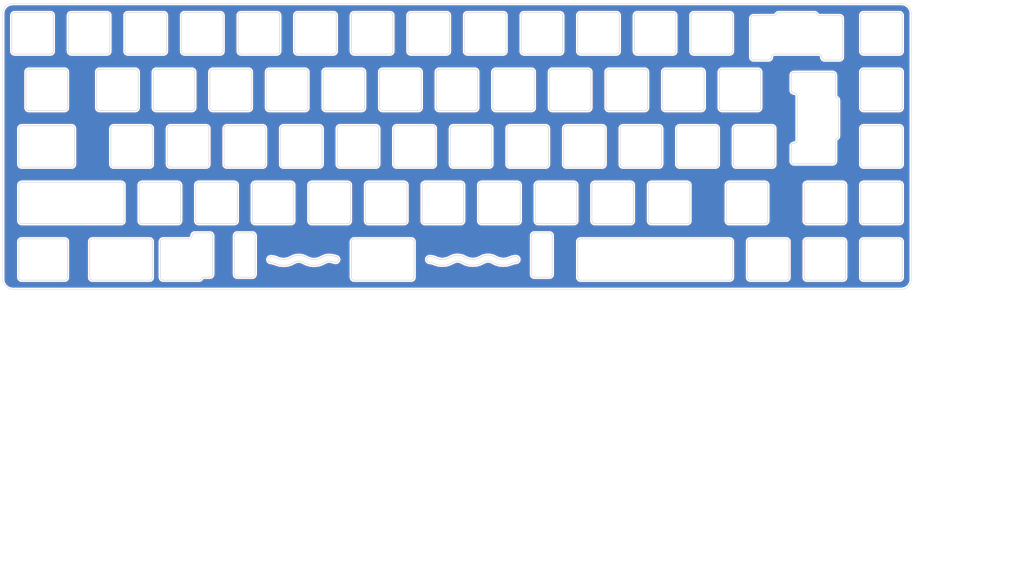
<source format=kicad_pcb>
(kicad_pcb (version 20171130) (host pcbnew "(5.1.6)-1")
  (layers (0 F.Cu signal) (31 B.Cu signal) (34 B.Paste user) (35 F.Paste user) (36 B.SilkS user) (37 F.SilkS user) (38 B.Mask user) (39 F.Mask user) (44 Edge.Cuts user))
  (net 0 "")
  (module logos:coseyfannitutti_16mm (layer B.Cu) (at 181.302228 166.860072 180)
    (fp_text reference G*** hide)
    (fp_text value LOGO hide)
  )
  (module logos:DISCIPLINE_SMALL_COPPER (layer F.Cu) (at 211.52425 170.586006)
    (fp_text reference G*** hide)
    (fp_text value LOGO hide)
    (fp_line (start -11.13 3.52) (end 11.17 3.52) (layer F.Cu) (width 0.4))
    (fp_line (start -11.11 -3.16) (end 11.17 -3.16) (layer F.Cu) (width 0.4))
    (fp_poly (pts (xy 9.581616 -0.978842) (xy 9.717315 -0.976285) (xy 9.807623 -0.970596) (xy 9.862489 -0.960603) (xy 9.891863 -0.94514) (xy 9.905695 -0.923036) (xy 9.907152 -0.918738) (xy 9.913565 -0.839691) (xy 9.905859 -0.804471) (xy 9.888554 -0.781744) (xy 9.850086 -0.766375) (xy 9.779706 -0.757013) (xy 9.666666 -0.752308) (xy 9.500218 -0.75091) (xy 9.479472 -0.7509) (xy 9.073642 -0.7509) (xy 9.083029 -0.448907) (xy 9.092416 -0.146915) (xy 9.44338 -0.137649) (xy 9.794344 -0.128382) (xy 9.794344 0.065296) (xy 9.076092 0.065296) (xy 9.076092 0.781597) (xy 9.908612 0.799871) (xy 9.908612 0.995758) (xy 9.40173 1.004712) (xy 9.186275 1.006737) (xy 9.029645 1.003849) (xy 8.925529 0.99569) (xy 8.867616 0.981901) (xy 8.854879 0.973697) (xy 8.842512 0.929372) (xy 8.832239 0.830095) (xy 8.824066 0.686174) (xy 8.817996 0.507914) (xy 8.814034 0.305624) (xy 8.812183 0.089608) (xy 8.812449 -0.129824) (xy 8.814835 -0.342368) (xy 8.819346 -0.537715) (xy 8.825986 -0.705559) (xy 8.834758 -0.835594) (xy 8.845669 -0.917511) (xy 8.854087 -0.940257) (xy 8.900342 -0.957645) (xy 9.001236 -0.969801) (xy 9.160226 -0.976979) (xy 9.380768 -0.979431) (xy 9.390576 -0.979434) (xy 9.581616 -0.978842)) (layer F.Cu) (width 0.01))
    (fp_poly (pts (xy 7.566613 0.006058) (xy 7.557969 0.995758) (xy 7.443702 1.005373) (xy 7.350145 1.000356) (xy 7.278021 0.975128) (xy 7.274703 0.972726) (xy 7.245041 0.933922) (xy 7.188741 0.845573) (xy 7.110404 0.715468) (xy 7.014636 0.551398) (xy 6.906039 0.361152) (xy 6.789218 0.152522) (xy 6.7774 0.131199) (xy 6.334829 -0.668064) (xy 6.32609 0.163847) (xy 6.317352 0.995758) (xy 6.210765 1.006025) (xy 6.104178 1.016291) (xy 6.112821 0.02659) (xy 6.121465 -0.963111) (xy 6.272883 -0.972912) (xy 6.373673 -0.973471) (xy 6.43605 -0.952931) (xy 6.485094 -0.903638) (xy 6.517243 -0.853649) (xy 6.575379 -0.755062) (xy 6.65447 -0.61674) (xy 6.749488 -0.447544) (xy 6.855403 -0.256338) (xy 6.937661 -0.106211) (xy 7.329434 0.612141) (xy 7.362082 -0.963111) (xy 7.468669 -0.973377) (xy 7.575257 -0.983643) (xy 7.566613 0.006058)) (layer F.Cu) (width 0.01))
    (fp_poly (pts (xy 4.725771 -0.973243) (xy 4.8482 -0.963111) (xy 4.8482 0.995758) (xy 4.603342 1.016024) (xy 4.603342 -0.983376) (xy 4.725771 -0.973243)) (layer F.Cu) (width 0.01))
    (fp_poly (pts (xy 2.701607 -0.973243) (xy 2.824036 -0.963111) (xy 2.841422 0.781419) (xy 3.574936 0.799871) (xy 3.574936 0.995758) (xy 3.099658 1.004757) (xy 2.929652 1.006472) (xy 2.783352 1.005105) (xy 2.672944 1.000989) (xy 2.610614 0.994458) (xy 2.601779 0.991154) (xy 2.596094 0.953995) (xy 2.590932 0.859784) (xy 2.586482 0.716764) (xy 2.582929 0.533177) (xy 2.58046 0.317268) (xy 2.579262 0.077278) (xy 2.579177 -0.007412) (xy 2.579177 -0.983376) (xy 2.701607 -0.973243)) (layer F.Cu) (width 0.01))
    (fp_poly (pts (xy 0.696194 -0.973499) (xy 0.866337 -0.965195) (xy 0.986884 -0.953685) (xy 1.073537 -0.936089) (xy 1.141995 -0.909526) (xy 1.189147 -0.883035) (xy 1.315736 -0.783024) (xy 1.393747 -0.662765) (xy 1.43052 -0.507639) (xy 1.435845 -0.391774) (xy 1.412135 -0.180233) (xy 1.34099 -0.011816) (xy 1.221016 0.114784) (xy 1.050816 0.20087) (xy 0.828997 0.24775) (xy 0.744919 0.254799) (xy 0.489717 0.269572) (xy 0.489717 1.012082) (xy 0.380891 1.012082) (xy 0.300221 1.006109) (xy 0.251774 0.991602) (xy 0.2503 0.990317) (xy 0.244718 0.953288) (xy 0.239665 0.859376) (xy 0.235333 0.716993) (xy 0.231912 0.53455) (xy 0.229593 0.320458) (xy 0.228568 0.08313) (xy 0.228535 0.031204) (xy 0.228972 -0.246801) (xy 0.230516 -0.466489) (xy 0.233518 -0.634831) (xy 0.23802 -0.7509) (xy 0.489717 -0.7509) (xy 0.489717 -0.364567) (xy 0.491458 -0.211842) (xy 0.496194 -0.083762) (xy 0.503197 0.005997) (xy 0.511482 0.04353) (xy 0.563482 0.060476) (xy 0.656919 0.064083) (xy 0.769454 0.055013) (xy 0.878745 0.033927) (xy 0.883915 0.032515) (xy 1.022847 -0.031675) (xy 1.114225 -0.136615) (xy 1.162048 -0.287567) (xy 1.168436 -0.341833) (xy 1.174012 -0.448649) (xy 1.16217 -0.518176) (xy 1.123541 -0.57792) (xy 1.068302 -0.635914) (xy 1.003923 -0.696254) (xy 0.947648 -0.730673) (xy 0.877614 -0.74642) (xy 0.77196 -0.750744) (xy 0.721517 -0.7509) (xy 0.489717 -0.7509) (xy 0.23802 -0.7509) (xy 0.238327 -0.758802) (xy 0.245293 -0.845374) (xy 0.254767 -0.90152) (xy 0.267099 -0.934214) (xy 0.277634 -0.946892) (xy 0.325762 -0.96596) (xy 0.417989 -0.97594) (xy 0.562015 -0.977323) (xy 0.696194 -0.973499)) (layer F.Cu) (width 0.01))
    (fp_poly (pts (xy -1.012082 1.012082) (xy -1.127374 1.012082) (xy -1.208261 1.001531) (xy -1.255869 0.975653) (xy -1.258479 0.970875) (xy -1.262235 0.928741) (xy -1.26508 0.829912) (xy -1.266951 0.682984) (xy -1.267787 0.496551) (xy -1.267525 0.279208) (xy -1.266104 0.039551) (xy -1.265616 -0.016721) (xy -1.256941 -0.963111) (xy -1.134512 -0.973243) (xy -1.012082 -0.983376) (xy -1.012082 1.012082)) (layer F.Cu) (width 0.01))
    (fp_poly (pts (xy -7.035604 0.995758) (xy -7.141934 1.006006) (xy -7.227934 1.000945) (xy -7.264877 0.97296) (xy -7.268838 0.930275) (xy -7.271869 0.83092) (xy -7.273899 0.683514) (xy -7.27486 0.496677) (xy -7.274683 0.279028) (xy -7.273297 0.039188) (xy -7.272814 -0.016721) (xy -7.264139 -0.963111) (xy -7.035604 -0.963111) (xy -7.035604 0.995758)) (layer F.Cu) (width 0.01))
    (fp_poly (pts (xy -9.322664 -0.970679) (xy -9.109555 -0.946576) (xy -8.932961 -0.897753) (xy -8.780029 -0.821753) (xy -8.772876 -0.81726) (xy -8.621263 -0.683675) (xy -8.507411 -0.50406) (xy -8.434476 -0.287757) (xy -8.405616 -0.044109) (xy -8.423725 0.215892) (xy -8.486044 0.463957) (xy -8.587508 0.662261) (xy -8.731456 0.815649) (xy -8.912854 0.925204) (xy -9.00403 0.954005) (xy -9.132097 0.97803) (xy -9.283239 0.996591) (xy -9.443637 1.009002) (xy -9.599474 1.014575) (xy -9.736933 1.012624) (xy -9.842197 1.002461) (xy -9.901447 0.9834) (xy -9.908674 0.974721) (xy -9.912809 0.93157) (xy -9.915997 0.83177) (xy -9.918161 0.683961) (xy -9.919228 0.496782) (xy -9.919121 0.278876) (xy -9.917767 0.038882) (xy -9.917287 -0.016721) (xy -9.910558 -0.7509) (xy -9.663753 -0.7509) (xy -9.663753 0.783548) (xy -9.409489 0.783548) (xy -9.252281 0.778136) (xy -9.134821 0.758853) (xy -9.032229 0.721131) (xy -9.009553 0.71009) (xy -8.871663 0.612381) (xy -8.774593 0.475727) (xy -8.714968 0.293654) (xy -8.691304 0.100125) (xy -8.692485 -0.131293) (xy -8.727721 -0.317332) (xy -8.800121 -0.47011) (xy -8.856584 -0.543981) (xy -8.963265 -0.644387) (xy -9.082484 -0.708175) (xy -9.231187 -0.741592) (xy -9.417846 -0.7509) (xy -9.663753 -0.7509) (xy -9.910558 -0.7509) (xy -9.908612 -0.963111) (xy -9.58514 -0.972517) (xy -9.322664 -0.970679)) (layer F.Cu) (width 0.01))
    (fp_poly (pts (xy -2.75907 -0.998251) (xy -2.546212 -0.944091) (xy -2.487494 -0.917332) (xy -2.382969 -0.849866) (xy -2.3307 -0.773594) (xy -2.317995 -0.684861) (xy -2.332967 -0.621517) (xy -2.380727 -0.607698) (xy -2.465535 -0.643179) (xy -2.515691 -0.674352) (xy -2.653866 -0.743052) (xy -2.814515 -0.773407) (xy -2.83515 -0.774866) (xy -3.024394 -0.762024) (xy -3.177873 -0.695663) (xy -3.301069 -0.572645) (xy -3.360807 -0.474099) (xy -3.399391 -0.391795) (xy -3.423966 -0.313904) (xy -3.437579 -0.22194) (xy -3.443275 -0.097417) (xy -3.444182 0.031942) (xy -3.442139 0.196048) (xy -3.434383 0.312486) (xy -3.418199 0.398811) (xy -3.390871 0.472583) (xy -3.369408 0.515484) (xy -3.258923 0.659099) (xy -3.112656 0.756152) (xy -2.942851 0.804317) (xy -2.761753 0.801269) (xy -2.581607 0.744681) (xy -2.479638 0.684467) (xy -2.40802 0.640452) (xy -2.356076 0.620424) (xy -2.353765 0.620309) (xy -2.322967 0.646076) (xy -2.31754 0.708876) (xy -2.334435 0.786956) (xy -2.3706 0.858566) (xy -2.390334 0.881046) (xy -2.511009 0.957044) (xy -2.674206 1.009749) (xy -2.860251 1.035749) (xy -3.049474 1.031637) (xy -3.155144 1.013586) (xy -3.342655 0.93697) (xy -3.498585 0.80768) (xy -3.619612 0.631907) (xy -3.702417 0.41584) (xy -3.743678 0.165668) (xy -3.742697 -0.08162) (xy -3.701092 -0.334122) (xy -3.619979 -0.556142) (xy -3.504215 -0.737132) (xy -3.391372 -0.844231) (xy -3.199511 -0.946877) (xy -2.98279 -0.998698) (xy -2.75907 -0.998251)) (layer F.Cu) (width 0.01))
    (fp_poly (pts (xy -5.108836 -0.98406) (xy -4.985765 -0.949914) (xy -4.893276 -0.905656) (xy -4.85105 -0.860819) (xy -4.833184 -0.776447) (xy -4.839967 -0.702615) (xy -4.859696 -0.672265) (xy -4.903355 -0.675294) (xy -4.98004 -0.70331) (xy -5.013514 -0.719309) (xy -5.171443 -0.775959) (xy -5.320527 -0.786646) (xy -5.449859 -0.755236) (xy -5.548533 -0.685593) (xy -5.605642 -0.581581) (xy -5.615424 -0.506041) (xy -5.592035 -0.393213) (xy -5.518163 -0.294052) (xy -5.388252 -0.202751) (xy -5.268836 -0.143856) (xy -5.041622 -0.027912) (xy -4.878304 0.09056) (xy -4.794936 0.185639) (xy -4.752737 0.293622) (xy -4.735031 0.434557) (xy -4.74251 0.58059) (xy -4.775867 0.703868) (xy -4.781732 0.715984) (xy -4.891106 0.859559) (xy -5.044699 0.96418) (xy -5.231712 1.026055) (xy -5.441345 1.041393) (xy -5.631748 1.01441) (xy -5.748337 0.975885) (xy -5.850485 0.924383) (xy -5.914283 0.872141) (xy -5.916917 0.868442) (xy -5.938226 0.802963) (xy -5.937604 0.726847) (xy -5.916 0.674149) (xy -5.911406 0.67061) (xy -5.866741 0.673325) (xy -5.788343 0.701725) (xy -5.744648 0.722785) (xy -5.570477 0.789877) (xy -5.402828 0.811846) (xy -5.251685 0.791976) (xy -5.127031 0.733551) (xy -5.038849 0.639854) (xy -4.997123 0.514168) (xy -4.995116 0.47626) (xy -5.016603 0.38705) (xy -5.084587 0.29788) (xy -5.204351 0.203834) (xy -5.381178 0.099996) (xy -5.423139 0.077991) (xy -5.607077 -0.025783) (xy -5.73618 -0.122753) (xy -5.818655 -0.223115) (xy -5.862711 -0.337066) (xy -5.876557 -0.474801) (xy -5.876607 -0.48528) (xy -5.850933 -0.672411) (xy -5.774278 -0.818874) (xy -5.647195 -0.924103) (xy -5.470236 -0.987529) (xy -5.373978 -1.002333) (xy -5.244302 -1.003174) (xy -5.108836 -0.98406)) (layer F.Cu) (width 0.01))
    (fp_arc (start 11.16 0.18) (end 11.16 3.52) (angle -180) (layer F.Cu) (width 0.4))
    (fp_arc (start -11.14 0.18) (end -11.14 -3.16) (angle -180) (layer F.Cu) (width 0.4))
  )
  (module logos:DISCIPLINE_SMALL_MASK (layer F.Cu) (at 211.52425 170.586006)
    (fp_text reference G*** hide)
    (fp_text value LOGO hide)
  )
  (gr_line (start 58.72175 152.4729) (end 58.72175 164.472901) (layer Edge.Cuts) (width 0.2))
  (gr_arc (start 59.72175 152.4729) (end 59.72175 151.4729) (angle -90) (layer Edge.Cuts) (width 0.2))
  (gr_line (start 59.72175 151.472901) (end 93.153 151.472901) (layer Edge.Cuts) (width 0.2))
  (gr_line (start 59.72175 165.472901) (end 93.153 165.472901) (layer Edge.Cuts) (width 0.2))
  (gr_arc (start 93.153 152.4729) (end 94.153 152.4729) (angle -90) (layer Edge.Cuts) (width 0.2))
  (gr_line (start 94.153 152.4729) (end 94.153 164.472901) (layer Edge.Cuts) (width 0.2))
  (gr_arc (start 93.153 164.472901) (end 93.153 165.472901) (angle -90) (layer Edge.Cuts) (width 0.2))
  (gr_arc (start 300.2255 133.422901) (end 300.2255 132.422901) (angle -90) (layer Edge.Cuts) (width 0.2))
  (gr_line (start 300.2255 132.422901) (end 312.2255 132.422901) (layer Edge.Cuts) (width 0.2))
  (gr_arc (start 312.2255 145.422901) (end 312.2255 146.422901) (angle -90) (layer Edge.Cuts) (width 0.2))
  (gr_arc (start 312.2255 133.422901) (end 313.2255 133.422901) (angle -90) (layer Edge.Cuts) (width 0.2))
  (gr_line (start 300.2255 146.422901) (end 312.2255 146.422901) (layer Edge.Cuts) (width 0.2))
  (gr_line (start 313.2255 133.422901) (end 313.2255 145.422901) (layer Edge.Cuts) (width 0.2))
  (gr_arc (start 300.2255 145.422901) (end 299.2255 145.422901) (angle -90) (layer Edge.Cuts) (width 0.2))
  (gr_line (start 299.2255 133.422901) (end 299.2255 145.422901) (layer Edge.Cuts) (width 0.2))
  (gr_line (start 318.657099 139.3335) (end 318.657099 144.3335) (layer Edge.Cuts) (width 0.2))
  (gr_arc (start 332.657099 115.4575) (end 333.657099 115.4575) (angle -90) (layer Edge.Cuts) (width 0.2))
  (gr_line (start 332.657099 145.3335) (end 319.657099 145.3335) (layer Edge.Cuts) (width 0.2))
  (gr_line (start 318.657099 115.4575) (end 318.657099 120.4575) (layer Edge.Cuts) (width 0.2))
  (gr_arc (start 319.657099 144.3335) (end 318.657099 144.3335) (angle -90) (layer Edge.Cuts) (width 0.2))
  (gr_arc (start 333.6571 135.8955) (end 334.1571 136.761525) (angle -60) (layer Edge.Cuts) (width 0.2))
  (gr_arc (start 319.657099 139.3335) (end 319.657099 138.3335) (angle -90) (layer Edge.Cuts) (width 0.2))
  (gr_arc (start 333.6571 123.8955) (end 334.6571 123.8955) (angle -60) (layer Edge.Cuts) (width 0.2))
  (gr_arc (start 319.657099 115.4575) (end 319.657099 114.4575) (angle -90) (layer Edge.Cuts) (width 0.2))
  (gr_line (start 334.6571 123.8955) (end 334.6571 135.8955) (layer Edge.Cuts) (width 0.2))
  (gr_line (start 332.657099 114.4575) (end 319.657099 114.4575) (layer Edge.Cuts) (width 0.2))
  (gr_arc (start 332.657099 144.3335) (end 332.657099 145.3335) (angle -90) (layer Edge.Cuts) (width 0.2))
  (gr_arc (start 319.657099 120.4575) (end 318.657099 120.4575) (angle -90) (layer Edge.Cuts) (width 0.2))
  (gr_arc (start 319.657099 122.4575) (end 320.6571 122.4575) (angle -90) (layer Edge.Cuts) (width 0.2))
  (gr_arc (start 334.6571 137.62755) (end 334.1571 136.761525) (angle -60) (layer Edge.Cuts) (width 0.2))
  (gr_arc (start 334.6571 122.163449) (end 333.6571 122.163449) (angle -60) (layer Edge.Cuts) (width 0.2))
  (gr_line (start 320.6571 122.4575) (end 320.6571 137.3335) (layer Edge.Cuts) (width 0.2))
  (gr_line (start 333.657099 115.4575) (end 333.6571 122.163449) (layer Edge.Cuts) (width 0.2))
  (gr_arc (start 319.657099 137.3335) (end 319.657099 138.3335) (angle -90) (layer Edge.Cuts) (width 0.2))
  (gr_line (start 333.657099 144.3335) (end 333.6571 137.62755) (layer Edge.Cuts) (width 0.2))
  (gr_line (start 56.647558 91.3229) (end 355.783441 91.3229) (layer Edge.Cuts) (width 0.15))
  (gr_line (start 131.28425 182.522901) (end 131.28425 169.522901) (layer Edge.Cuts) (width 0.2))
  (gr_arc (start 132.28425 182.522901) (end 131.28425 182.522901) (angle -90) (layer Edge.Cuts) (width 0.2))
  (gr_line (start 137.28425 168.522901) (end 132.28425 168.522901) (layer Edge.Cuts) (width 0.2))
  (gr_line (start 137.28425 183.522901) (end 132.28425 183.522901) (layer Edge.Cuts) (width 0.2))
  (gr_line (start 138.28425 182.522901) (end 138.28425 169.522901) (layer Edge.Cuts) (width 0.2))
  (gr_arc (start 137.28425 182.522901) (end 137.28425 183.522901) (angle -90) (layer Edge.Cuts) (width 0.2))
  (gr_arc (start 137.28425 169.522901) (end 138.28425 169.522901) (angle -90) (layer Edge.Cuts) (width 0.2))
  (gr_arc (start 132.28425 169.522901) (end 132.28425 168.522901) (angle -90) (layer Edge.Cuts) (width 0.2))
  (gr_arc (start 237.28425 169.522901) (end 238.28425 169.522901) (angle -90) (layer Edge.Cuts) (width 0.2))
  (gr_line (start 237.28425 183.522901) (end 232.28425 183.522901) (layer Edge.Cuts) (width 0.2))
  (gr_line (start 238.28425 182.522901) (end 238.28425 169.522901) (layer Edge.Cuts) (width 0.2))
  (gr_line (start 231.28425 182.522901) (end 231.28425 169.522901) (layer Edge.Cuts) (width 0.2))
  (gr_line (start 237.28425 168.522901) (end 232.28425 168.522901) (layer Edge.Cuts) (width 0.2))
  (gr_arc (start 232.28425 169.522901) (end 232.28425 168.522901) (angle -90) (layer Edge.Cuts) (width 0.2))
  (gr_arc (start 237.28425 182.522901) (end 237.28425 183.522901) (angle -90) (layer Edge.Cuts) (width 0.2))
  (gr_arc (start 232.28425 182.522901) (end 231.28425 182.522901) (angle -90) (layer Edge.Cuts) (width 0.2))
  (gr_arc (start 171.6405 183.522901) (end 170.6405 183.522901) (angle -90) (layer Edge.Cuts) (width 0.2))
  (gr_line (start 170.6405 171.522901) (end 170.6405 183.522901) (layer Edge.Cuts) (width 0.2))
  (gr_arc (start 190.78425 183.522901) (end 190.78425 184.522901) (angle -90) (layer Edge.Cuts) (width 0.2))
  (gr_arc (start 171.6405 171.522901) (end 171.6405 170.522901) (angle -90) (layer Edge.Cuts) (width 0.2))
  (gr_arc (start 190.78425 171.522901) (end 191.78425 171.522901) (angle -90) (layer Edge.Cuts) (width 0.2))
  (gr_line (start 191.78425 171.522901) (end 191.78425 183.522901) (layer Edge.Cuts) (width 0.2))
  (gr_line (start 161.698107 178.50252) (end 161.605141 178.556818) (layer Edge.Cuts) (width 0.2))
  (gr_arc (start 143.067773 183.538977) (end 145.040341 178.944527) (angle -18.81603392) (layer Edge.Cuts) (width 0.2))
  (gr_line (start 154.451367 178.50252) (end 154.544333 178.556818) (layer Edge.Cuts) (width 0.2))
  (gr_line (start 142.530135 177.556818) (end 142.530135 177.556818) (layer Edge.Cuts) (width 0.2))
  (gr_line (start 150.323654 176.829812) (end 150.41662 176.775514) (layer Edge.Cuts) (width 0.2))
  (gr_arc (start 147.801937 172.512296) (end 145.040341 178.944527) (angle -53.52342386) (layer Edge.Cuts) (width 0.2))
  (gr_arc (start 158.074737 172.512296) (end 155.55302 176.829812) (angle -60.57555267) (layer Edge.Cuts) (width 0.2))
  (gr_line (start 166.3905 177.5229) (end 166.3905 177.5229) (layer Edge.Cuts) (width 0.2))
  (gr_arc (start 165.3905 177.5229) (end 165.266353 178.515164) (angle -97.13144624) (layer Edge.Cuts) (width 0.2))
  (gr_arc (start 143.530135 177.556818) (end 143.530135 176.556818) (angle -90) (layer Edge.Cuts) (width 0.2))
  (gr_line (start 155.460054 176.775514) (end 155.55302 176.829812) (layer Edge.Cuts) (width 0.2))
  (gr_arc (start 201.266052 172.478378) (end 199.02408 176.947557) (angle -56.92849529) (layer Edge.Cuts) (width 0.2))
  (gr_line (start 151.332341 178.556818) (end 151.425307 178.50252) (layer Edge.Cuts) (width 0.2))
  (gr_arc (start 152.938337 181.09303) (end 154.451367 178.50252) (angle -60.57555267) (layer Edge.Cuts) (width 0.2))
  (gr_line (start 160.596454 176.829812) (end 160.68942 176.775514) (layer Edge.Cuts) (width 0.2))
  (gr_arc (start 226.546293 183.504854) (end 226.15879 178.519893) (angle -18.79321804) (layer Edge.Cuts) (width 0.2))
  (gr_line (start 143.530135 176.556818) (end 143.766387 176.556818) (layer Edge.Cuts) (width 0.2))
  (gr_arc (start 163.211137 181.09303) (end 164.214617 178.265835) (angle -49.82950976) (layer Edge.Cuts) (width 0.2))
  (gr_arc (start 165.887084 173.553845) (end 164.214617 178.265835) (angle -12.41028718) (layer Edge.Cuts) (width 0.2))
  (gr_arc (start 143.766387 180.556818) (end 145.559965 176.981475) (angle -26.64071896) (layer Edge.Cuts) (width 0.2))
  (gr_arc (start 163.211137 181.09303) (end 164.577976 176.283482) (angle -46.15254448) (layer Edge.Cuts) (width 0.2))
  (gr_arc (start 152.938337 181.09303) (end 155.460054 176.775514) (angle -60.57555267) (layer Edge.Cuts) (width 0.2))
  (gr_arc (start 196.531887 183.505059) (end 198.504456 178.910609) (angle -18.81603392) (layer Edge.Cuts) (width 0.2))
  (gr_arc (start 158.074737 172.512296) (end 154.544333 178.556818) (angle -60.57555267) (layer Edge.Cuts) (width 0.2))
  (gr_arc (start 196.99425 177.522901) (end 195.99425 177.522901) (angle -85.58038641) (layer Edge.Cuts) (width 0.2))
  (gr_arc (start 196.99425 177.522901) (end 196.99425 176.522901) (angle -90) (layer Edge.Cuts) (width 0.2))
  (gr_arc (start 165.3905 177.5229) (end 166.3905 177.522901) (angle -77.19352722) (layer Edge.Cuts) (width 0.2))
  (gr_arc (start 170.045331 157.04529) (end 164.577976 176.283482) (angle -3.058295364) (layer Edge.Cuts) (width 0.2))
  (gr_arc (start 147.801937 172.512296) (end 145.559965 176.981475) (angle -56.92849529) (layer Edge.Cuts) (width 0.2))
  (gr_arc (start 143.530135 177.556818) (end 142.530135 177.556818) (angle -85.58038641) (layer Edge.Cuts) (width 0.2))
  (gr_arc (start 216.675252 181.059112) (end 219.196969 176.741596) (angle -60.57555267) (layer Edge.Cuts) (width 0.2))
  (gr_line (start 208.924169 176.741596) (end 209.017135 176.795894) (layer Edge.Cuts) (width 0.2))
  (gr_arc (start 221.811652 172.478378) (end 218.281248 178.5229) (angle -53.52590103) (layer Edge.Cuts) (width 0.2))
  (gr_arc (start 216.675252 181.059112) (end 218.188282 178.468602) (angle -60.57555267) (layer Edge.Cuts) (width 0.2))
  (gr_arc (start 211.538852 172.478378) (end 208.008448 178.5229) (angle -60.57555267) (layer Edge.Cuts) (width 0.2))
  (gr_arc (start 206.402452 181.059112) (end 208.924169 176.741596) (angle -60.57555267) (layer Edge.Cuts) (width 0.2))
  (gr_arc (start 206.402452 181.059112) (end 207.915482 178.468602) (angle -60.57555267) (layer Edge.Cuts) (width 0.2))
  (gr_arc (start 201.266052 172.478378) (end 198.504456 178.910609) (angle -53.52342386) (layer Edge.Cuts) (width 0.2))
  (gr_line (start 204.796456 178.522901) (end 204.889422 178.468602) (layer Edge.Cuts) (width 0.2))
  (gr_arc (start 226.08129 177.522901) (end 226.15879 178.519893) (angle -85.55509335) (layer Edge.Cuts) (width 0.2))
  (gr_arc (start 225.847202 180.522901) (end 225.847202 176.522901) (angle -26.64071896) (layer Edge.Cuts) (width 0.2))
  (gr_arc (start 221.811652 172.478378) (end 219.289935 176.795894) (angle -56.92849529) (layer Edge.Cuts) (width 0.2))
  (gr_line (start 225.847202 176.522901) (end 226.08129 176.522901) (layer Edge.Cuts) (width 0.2))
  (gr_arc (start 226.08129 177.522901) (end 227.08129 177.522901) (angle -90) (layer Edge.Cuts) (width 0.2))
  (gr_line (start 195.99425 177.522901) (end 195.99425 177.522901) (layer Edge.Cuts) (width 0.2))
  (gr_line (start 196.99425 176.522901) (end 197.230502 176.522901) (layer Edge.Cuts) (width 0.2))
  (gr_line (start 227.08129 177.522901) (end 227.08129 177.522901) (layer Edge.Cuts) (width 0.2))
  (gr_line (start 219.196969 176.741596) (end 219.289935 176.795894) (layer Edge.Cuts) (width 0.2))
  (gr_arc (start 211.538852 172.478378) (end 209.017135 176.795894) (angle -60.57555267) (layer Edge.Cuts) (width 0.2))
  (gr_line (start 215.162222 178.468602) (end 215.069256 178.522901) (layer Edge.Cuts) (width 0.2))
  (gr_arc (start 197.230502 180.522901) (end 199.02408 176.947557) (angle -26.64071896) (layer Edge.Cuts) (width 0.2))
  (gr_line (start 214.060569 176.795894) (end 214.153535 176.741596) (layer Edge.Cuts) (width 0.2))
  (gr_line (start 207.915482 178.468602) (end 208.008448 178.522901) (layer Edge.Cuts) (width 0.2))
  (gr_line (start 218.188282 178.468602) (end 218.281248 178.522901) (layer Edge.Cuts) (width 0.2))
  (gr_line (start 203.787769 176.795894) (end 203.880735 176.741596) (layer Edge.Cuts) (width 0.2))
  (gr_line (start 171.6405 170.522901) (end 190.78425 170.522901) (layer Edge.Cuts) (width 0.2))
  (gr_line (start 171.6405 184.522901) (end 190.78425 184.522901) (layer Edge.Cuts) (width 0.2))
  (gr_line (start 58.72175 171.522901) (end 58.72175 183.522901) (layer Edge.Cuts) (width 0.2))
  (gr_arc (start 59.72175 171.522901) (end 59.72175 170.522901) (angle -90) (layer Edge.Cuts) (width 0.2))
  (gr_line (start 75.103 171.522901) (end 75.103 183.522901) (layer Edge.Cuts) (width 0.2))
  (gr_arc (start 74.103 183.522901) (end 74.103 184.522901) (angle -90) (layer Edge.Cuts) (width 0.2))
  (gr_arc (start 59.72175 183.522901) (end 58.72175 183.522901) (angle -90) (layer Edge.Cuts) (width 0.2))
  (gr_arc (start 74.103 171.522901) (end 75.103 171.522901) (angle -90) (layer Edge.Cuts) (width 0.2))
  (gr_line (start 59.72175 184.522901) (end 74.103 184.522901) (layer Edge.Cuts) (width 0.2))
  (gr_line (start 59.72175 170.522901) (end 74.103 170.522901) (layer Edge.Cuts) (width 0.2))
  (gr_line (start 82.53425 171.522901) (end 82.53425 183.522901) (layer Edge.Cuts) (width 0.2))
  (gr_arc (start 83.53425 183.522901) (end 82.53425 183.522901) (angle -90) (layer Edge.Cuts) (width 0.2))
  (gr_arc (start 83.53425 171.522901) (end 83.53425 170.522901) (angle -90) (layer Edge.Cuts) (width 0.2))
  (gr_line (start 103.678 171.522901) (end 103.678 183.522901) (layer Edge.Cuts) (width 0.2))
  (gr_arc (start 102.678 171.522901) (end 103.678 171.522901) (angle -90) (layer Edge.Cuts) (width 0.2))
  (gr_arc (start 102.678 183.522901) (end 102.678 184.522901) (angle -90) (layer Edge.Cuts) (width 0.2))
  (gr_line (start 83.53425 170.522901) (end 102.678 170.522901) (layer Edge.Cuts) (width 0.2))
  (gr_line (start 83.53425 184.522901) (end 102.678 184.522901) (layer Edge.Cuts) (width 0.2))
  (gr_line (start 107.34675 184.522901) (end 119.34675 184.522901) (layer Edge.Cuts) (width 0.2))
  (gr_line (start 106.34675 171.522901) (end 106.34675 183.522901) (layer Edge.Cuts) (width 0.2))
  (gr_arc (start 122.9905 169.522901) (end 123.9905 169.522901) (angle -90) (layer Edge.Cuts) (width 0.2))
  (gr_arc (start 117.9905 169.522901) (end 117.9905 168.522901) (angle -90) (layer Edge.Cuts) (width 0.2))
  (gr_arc (start 107.34675 183.522901) (end 106.34675 183.522901) (angle -90) (layer Edge.Cuts) (width 0.2))
  (gr_arc (start 122.9905 182.522901) (end 122.9905 183.522901) (angle -90) (layer Edge.Cuts) (width 0.2))
  (gr_line (start 123.9905 182.522901) (end 123.9905 169.522901) (layer Edge.Cuts) (width 0.2))
  (gr_arc (start 119.34675 183.522901) (end 119.34675 184.522901) (angle -60) (layer Edge.Cuts) (width 0.2))
  (gr_line (start 122.9905 168.522901) (end 117.9905 168.522901) (layer Edge.Cuts) (width 0.2))
  (gr_arc (start 107.34675 171.522901) (end 107.34675 170.522901) (angle -90) (layer Edge.Cuts) (width 0.2))
  (gr_arc (start 115.9905 169.522901) (end 115.9905 170.522901) (angle -90) (layer Edge.Cuts) (width 0.2))
  (gr_line (start 116.990499 169.522901) (end 116.990499 169.522901) (layer Edge.Cuts) (width 0.2))
  (gr_line (start 107.34675 170.522901) (end 115.9905 170.522901) (layer Edge.Cuts) (width 0.2))
  (gr_line (start 122.9905 183.522901) (end 121.0788 183.522901) (layer Edge.Cuts) (width 0.2))
  (gr_arc (start 121.0788 184.522901) (end 121.0788 183.522901) (angle -60) (layer Edge.Cuts) (width 0.2))
  (gr_line (start 343.0905 184.522901) (end 355.0905 184.522901) (layer Edge.Cuts) (width 0.2))
  (gr_arc (start 343.0905 183.522901) (end 342.0905 183.522901) (angle -90) (layer Edge.Cuts) (width 0.2))
  (gr_arc (start 324.0405 171.522901) (end 324.0405 170.522901) (angle -90) (layer Edge.Cuts) (width 0.2))
  (gr_arc (start 336.0405 183.522901) (end 336.0405 184.522901) (angle -90) (layer Edge.Cuts) (width 0.2))
  (gr_arc (start 355.0905 183.522901) (end 355.0905 184.522901) (angle -90) (layer Edge.Cuts) (width 0.2))
  (gr_arc (start 324.0405 183.522901) (end 323.0405 183.522901) (angle -90) (layer Edge.Cuts) (width 0.2))
  (gr_line (start 343.0905 170.522901) (end 355.0905 170.522901) (layer Edge.Cuts) (width 0.2))
  (gr_arc (start 355.0905 171.522901) (end 356.0905 171.522901) (angle -90) (layer Edge.Cuts) (width 0.2))
  (gr_arc (start 336.0405 171.522901) (end 337.0405 171.522901) (angle -90) (layer Edge.Cuts) (width 0.2))
  (gr_line (start 342.0905 171.522901) (end 342.0905 183.522901) (layer Edge.Cuts) (width 0.2))
  (gr_arc (start 343.0905 171.522901) (end 343.0905 170.522901) (angle -90) (layer Edge.Cuts) (width 0.2))
  (gr_line (start 356.0905 171.522901) (end 356.0905 183.522901) (layer Edge.Cuts) (width 0.2))
  (gr_arc (start 304.9905 171.522901) (end 304.9905 170.522901) (angle -90) (layer Edge.Cuts) (width 0.2))
  (gr_arc (start 316.9905 183.522901) (end 316.9905 184.522901) (angle -90) (layer Edge.Cuts) (width 0.2))
  (gr_line (start 324.0405 170.522901) (end 336.0405 170.522901) (layer Edge.Cuts) (width 0.2))
  (gr_line (start 323.0405 171.522901) (end 323.0405 183.522901) (layer Edge.Cuts) (width 0.2))
  (gr_line (start 303.9905 171.522901) (end 303.9905 183.522901) (layer Edge.Cuts) (width 0.2))
  (gr_line (start 324.0405 184.522901) (end 336.0405 184.522901) (layer Edge.Cuts) (width 0.2))
  (gr_line (start 304.9905 184.522901) (end 316.9905 184.522901) (layer Edge.Cuts) (width 0.2))
  (gr_arc (start 316.9905 171.522901) (end 317.9905 171.522901) (angle -90) (layer Edge.Cuts) (width 0.2))
  (gr_line (start 337.0405 171.522901) (end 337.0405 183.522901) (layer Edge.Cuts) (width 0.2))
  (gr_line (start 317.9905 171.522901) (end 317.9905 183.522901) (layer Edge.Cuts) (width 0.2))
  (gr_arc (start 304.9905 183.522901) (end 303.9905 183.522901) (angle -90) (layer Edge.Cuts) (width 0.2))
  (gr_line (start 304.9905 170.522901) (end 316.9905 170.522901) (layer Edge.Cuts) (width 0.2))
  (gr_line (start 247.8405 184.522901) (end 297.9405 184.522901) (layer Edge.Cuts) (width 0.2))
  (gr_line (start 247.8405 170.522901) (end 297.9405 170.522901) (layer Edge.Cuts) (width 0.2))
  (gr_arc (start 247.8405 183.522901) (end 246.8405 183.522901) (angle -90) (layer Edge.Cuts) (width 0.2))
  (gr_line (start 246.8405 171.522901) (end 246.8405 183.522901) (layer Edge.Cuts) (width 0.2))
  (gr_line (start 298.9405 171.522901) (end 298.9405 183.522901) (layer Edge.Cuts) (width 0.2))
  (gr_arc (start 297.9405 183.522901) (end 297.9405 184.522901) (angle -90) (layer Edge.Cuts) (width 0.2))
  (gr_arc (start 247.8405 171.522901) (end 247.8405 170.522901) (angle -90) (layer Edge.Cuts) (width 0.2))
  (gr_arc (start 297.9405 171.522901) (end 298.9405 171.522901) (angle -90) (layer Edge.Cuts) (width 0.2))
  (gr_arc (start 57.340499 107.322901) (end 56.340499 107.322901) (angle -90) (layer Edge.Cuts) (width 0.2))
  (gr_arc (start 69.3405 107.322901) (end 69.3405 108.3229) (angle -90) (layer Edge.Cuts) (width 0.2))
  (gr_arc (start 57.340499 95.3229) (end 57.340499 94.3229) (angle -90) (layer Edge.Cuts) (width 0.2))
  (gr_line (start 57.340499 94.3229) (end 69.3405 94.3229) (layer Edge.Cuts) (width 0.2))
  (gr_line (start 57.340499 108.3229) (end 69.3405 108.3229) (layer Edge.Cuts) (width 0.2))
  (gr_line (start 70.340499 95.3229) (end 70.340499 107.322901) (layer Edge.Cuts) (width 0.2))
  (gr_arc (start 69.3405 95.3229) (end 70.340499 95.3229) (angle -90) (layer Edge.Cuts) (width 0.2))
  (gr_line (start 56.340499 95.3229) (end 56.340499 107.322901) (layer Edge.Cuts) (width 0.2))
  (gr_line (start 343.0905 94.3229) (end 355.0905 94.3229) (layer Edge.Cuts) (width 0.2))
  (gr_line (start 343.0905 108.3229) (end 355.0905 108.3229) (layer Edge.Cuts) (width 0.2))
  (gr_arc (start 285.9405 107.322901) (end 284.9405 107.322901) (angle -90) (layer Edge.Cuts) (width 0.2))
  (gr_line (start 329.9535 110.322901) (end 334.9535 110.322901) (layer Edge.Cuts) (width 0.2))
  (gr_arc (start 285.9405 95.3229) (end 285.9405 94.3229) (angle -90) (layer Edge.Cuts) (width 0.2))
  (gr_line (start 335.9535 96.322901) (end 335.9535 109.322901) (layer Edge.Cuts) (width 0.2))
  (gr_arc (start 306.0775 96.322901) (end 306.0775 95.322901) (angle -90) (layer Edge.Cuts) (width 0.2))
  (gr_line (start 342.0905 95.3229) (end 342.0905 107.322901) (layer Edge.Cuts) (width 0.2))
  (gr_arc (start 297.9405 107.322901) (end 297.9405 108.3229) (angle -90) (layer Edge.Cuts) (width 0.2))
  (gr_arc (start 297.9405 95.3229) (end 298.9405 95.3229) (angle -90) (layer Edge.Cuts) (width 0.2))
  (gr_line (start 356.0905 95.3229) (end 356.0905 107.322901) (layer Edge.Cuts) (width 0.2))
  (gr_line (start 314.5155 94.3229) (end 326.5155 94.3229) (layer Edge.Cuts) (width 0.2))
  (gr_line (start 306.0775 110.322901) (end 311.0775 110.322901) (layer Edge.Cuts) (width 0.2))
  (gr_arc (start 355.0905 95.3229) (end 356.0905 95.3229) (angle -90) (layer Edge.Cuts) (width 0.2))
  (gr_arc (start 326.5155 95.3229) (end 327.381525 94.8229) (angle -60) (layer Edge.Cuts) (width 0.2))
  (gr_arc (start 334.9535 96.322901) (end 335.9535 96.322901) (angle -90) (layer Edge.Cuts) (width 0.2))
  (gr_line (start 305.0775 96.322901) (end 305.0775 109.322901) (layer Edge.Cuts) (width 0.2))
  (gr_arc (start 343.0905 95.3229) (end 343.0905 94.3229) (angle -90) (layer Edge.Cuts) (width 0.2))
  (gr_arc (start 306.0775 109.322901) (end 305.0775 109.322901) (angle -90) (layer Edge.Cuts) (width 0.2))
  (gr_arc (start 311.0775 109.322901) (end 311.0775 110.322901) (angle -90) (layer Edge.Cuts) (width 0.2))
  (gr_arc (start 314.5155 95.3229) (end 314.5155 94.3229) (angle -60) (layer Edge.Cuts) (width 0.2))
  (gr_arc (start 329.9535 109.322901) (end 328.9535 109.322901) (angle -90) (layer Edge.Cuts) (width 0.2))
  (gr_arc (start 334.9535 109.322901) (end 334.9535 110.322901) (angle -90) (layer Edge.Cuts) (width 0.2))
  (gr_arc (start 221.7405 95.3229) (end 222.7405 95.3229) (angle -90) (layer Edge.Cuts) (width 0.2))
  (gr_arc (start 209.7405 107.322901) (end 208.7405 107.322901) (angle -90) (layer Edge.Cuts) (width 0.2))
  (gr_line (start 222.7405 95.3229) (end 222.7405 107.322901) (layer Edge.Cuts) (width 0.2))
  (gr_arc (start 183.640499 107.322901) (end 183.640499 108.3229) (angle -90) (layer Edge.Cuts) (width 0.2))
  (gr_line (start 209.7405 94.3229) (end 221.7405 94.3229) (layer Edge.Cuts) (width 0.2))
  (gr_line (start 228.7905 94.3229) (end 240.7905 94.3229) (layer Edge.Cuts) (width 0.2))
  (gr_line (start 228.7905 108.3229) (end 240.7905 108.3229) (layer Edge.Cuts) (width 0.2))
  (gr_arc (start 202.6905 107.322901) (end 202.6905 108.3229) (angle -90) (layer Edge.Cuts) (width 0.2))
  (gr_arc (start 190.6905 107.322901) (end 189.6905 107.322901) (angle -90) (layer Edge.Cuts) (width 0.2))
  (gr_line (start 190.6905 94.3229) (end 202.6905 94.3229) (layer Edge.Cuts) (width 0.2))
  (gr_arc (start 190.6905 95.3229) (end 190.6905 94.3229) (angle -90) (layer Edge.Cuts) (width 0.2))
  (gr_line (start 208.7405 95.3229) (end 208.7405 107.322901) (layer Edge.Cuts) (width 0.2))
  (gr_arc (start 221.7405 107.322901) (end 221.7405 108.3229) (angle -90) (layer Edge.Cuts) (width 0.2))
  (gr_line (start 227.7905 95.3229) (end 227.7905 107.322901) (layer Edge.Cuts) (width 0.2))
  (gr_line (start 241.7905 95.3229) (end 241.7905 107.322901) (layer Edge.Cuts) (width 0.2))
  (gr_line (start 190.6905 108.3229) (end 202.6905 108.3229) (layer Edge.Cuts) (width 0.2))
  (gr_arc (start 228.7905 95.3229) (end 228.7905 94.3229) (angle -90) (layer Edge.Cuts) (width 0.2))
  (gr_line (start 203.6905 95.3229) (end 203.6905 107.322901) (layer Edge.Cuts) (width 0.2))
  (gr_line (start 209.7405 108.3229) (end 221.7405 108.3229) (layer Edge.Cuts) (width 0.2))
  (gr_arc (start 209.7405 95.3229) (end 209.7405 94.3229) (angle -90) (layer Edge.Cuts) (width 0.2))
  (gr_arc (start 171.6405 107.322901) (end 170.6405 107.322901) (angle -90) (layer Edge.Cuts) (width 0.2))
  (gr_arc (start 202.6905 95.3229) (end 203.6905 95.3229) (angle -90) (layer Edge.Cuts) (width 0.2))
  (gr_line (start 189.6905 95.3229) (end 189.6905 107.322901) (layer Edge.Cuts) (width 0.2))
  (gr_arc (start 355.0905 107.322901) (end 355.0905 108.3229) (angle -90) (layer Edge.Cuts) (width 0.2))
  (gr_arc (start 343.0905 107.322901) (end 342.0905 107.322901) (angle -90) (layer Edge.Cuts) (width 0.2))
  (gr_line (start 171.6405 94.3229) (end 183.640499 94.3229) (layer Edge.Cuts) (width 0.2))
  (gr_line (start 171.6405 108.3229) (end 183.640499 108.3229) (layer Edge.Cuts) (width 0.2))
  (gr_line (start 133.5405 108.3229) (end 145.5405 108.3229) (layer Edge.Cuts) (width 0.2))
  (gr_arc (start 133.5405 107.322901) (end 132.5405 107.322901) (angle -90) (layer Edge.Cuts) (width 0.2))
  (gr_arc (start 145.5405 107.322901) (end 145.5405 108.3229) (angle -90) (layer Edge.Cuts) (width 0.2))
  (gr_arc (start 164.5905 95.3229) (end 165.5905 95.3229) (angle -90) (layer Edge.Cuts) (width 0.2))
  (gr_line (start 170.6405 95.3229) (end 170.6405 107.322901) (layer Edge.Cuts) (width 0.2))
  (gr_line (start 184.640499 95.3229) (end 184.640499 107.322901) (layer Edge.Cuts) (width 0.2))
  (gr_line (start 132.5405 95.3229) (end 132.5405 107.322901) (layer Edge.Cuts) (width 0.2))
  (gr_arc (start 183.640499 95.3229) (end 184.640499 95.3229) (angle -90) (layer Edge.Cuts) (width 0.2))
  (gr_arc (start 126.4905 107.322901) (end 126.4905 108.3229) (angle -90) (layer Edge.Cuts) (width 0.2))
  (gr_line (start 146.5405 95.3229) (end 146.5405 107.322901) (layer Edge.Cuts) (width 0.2))
  (gr_line (start 165.5905 95.3229) (end 165.5905 107.322901) (layer Edge.Cuts) (width 0.2))
  (gr_line (start 133.5405 94.3229) (end 145.5405 94.3229) (layer Edge.Cuts) (width 0.2))
  (gr_arc (start 145.5405 95.3229) (end 146.5405 95.3229) (angle -90) (layer Edge.Cuts) (width 0.2))
  (gr_line (start 152.5905 94.3229) (end 164.5905 94.3229) (layer Edge.Cuts) (width 0.2))
  (gr_arc (start 152.5905 95.3229) (end 152.5905 94.3229) (angle -90) (layer Edge.Cuts) (width 0.2))
  (gr_arc (start 171.6405 95.3229) (end 171.6405 94.3229) (angle -90) (layer Edge.Cuts) (width 0.2))
  (gr_arc (start 152.5905 107.322901) (end 151.5905 107.322901) (angle -90) (layer Edge.Cuts) (width 0.2))
  (gr_arc (start 164.5905 107.322901) (end 164.5905 108.3229) (angle -90) (layer Edge.Cuts) (width 0.2))
  (gr_arc (start 133.5405 95.3229) (end 133.5405 94.3229) (angle -90) (layer Edge.Cuts) (width 0.2))
  (gr_line (start 152.5905 108.3229) (end 164.5905 108.3229) (layer Edge.Cuts) (width 0.2))
  (gr_line (start 151.5905 95.3229) (end 151.5905 107.322901) (layer Edge.Cuts) (width 0.2))
  (gr_line (start 328.9535 109.322901) (end 328.9535 109.322901) (layer Edge.Cuts) (width 0.2))
  (gr_line (start 313.0775 108.3229) (end 327.9535 108.3229) (layer Edge.Cuts) (width 0.2))
  (gr_arc (start 312.783449 94.3229) (end 312.783449 95.3229) (angle -60) (layer Edge.Cuts) (width 0.2))
  (gr_arc (start 328.24755 94.3229) (end 327.381525 94.8229) (angle -60) (layer Edge.Cuts) (width 0.2))
  (gr_arc (start 313.0775 109.322901) (end 313.0775 108.3229) (angle -90) (layer Edge.Cuts) (width 0.2))
  (gr_arc (start 327.9535 109.322901) (end 328.9535 109.322901) (angle -90) (layer Edge.Cuts) (width 0.2))
  (gr_line (start 334.9535 95.322901) (end 328.24755 95.3229) (layer Edge.Cuts) (width 0.2))
  (gr_line (start 312.0775 109.322901) (end 312.0775 109.322901) (layer Edge.Cuts) (width 0.2))
  (gr_line (start 306.0775 95.322901) (end 312.783449 95.3229) (layer Edge.Cuts) (width 0.2))
  (gr_line (start 246.8405 95.3229) (end 246.8405 107.322901) (layer Edge.Cuts) (width 0.2))
  (gr_arc (start 240.7905 107.322901) (end 240.7905 108.3229) (angle -90) (layer Edge.Cuts) (width 0.2))
  (gr_arc (start 266.8905 107.322901) (end 265.8905 107.322901) (angle -90) (layer Edge.Cuts) (width 0.2))
  (gr_line (start 247.8405 108.3229) (end 259.8405 108.3229) (layer Edge.Cuts) (width 0.2))
  (gr_line (start 266.8905 94.3229) (end 278.8905 94.3229) (layer Edge.Cuts) (width 0.2))
  (gr_line (start 265.8905 95.3229) (end 265.8905 107.322901) (layer Edge.Cuts) (width 0.2))
  (gr_arc (start 247.8405 95.3229) (end 247.8405 94.3229) (angle -90) (layer Edge.Cuts) (width 0.2))
  (gr_arc (start 278.8905 95.3229) (end 279.8905 95.3229) (angle -90) (layer Edge.Cuts) (width 0.2))
  (gr_line (start 247.8405 94.3229) (end 259.8405 94.3229) (layer Edge.Cuts) (width 0.2))
  (gr_arc (start 240.7905 95.3229) (end 241.7905 95.3229) (angle -90) (layer Edge.Cuts) (width 0.2))
  (gr_line (start 279.8905 95.3229) (end 279.8905 107.322901) (layer Edge.Cuts) (width 0.2))
  (gr_line (start 285.9405 94.3229) (end 297.9405 94.3229) (layer Edge.Cuts) (width 0.2))
  (gr_arc (start 266.8905 95.3229) (end 266.8905 94.3229) (angle -90) (layer Edge.Cuts) (width 0.2))
  (gr_arc (start 278.8905 107.322901) (end 278.8905 108.3229) (angle -90) (layer Edge.Cuts) (width 0.2))
  (gr_line (start 266.8905 108.3229) (end 278.8905 108.3229) (layer Edge.Cuts) (width 0.2))
  (gr_line (start 285.9405 108.3229) (end 297.9405 108.3229) (layer Edge.Cuts) (width 0.2))
  (gr_line (start 284.9405 95.3229) (end 284.9405 107.322901) (layer Edge.Cuts) (width 0.2))
  (gr_line (start 260.8405 95.3229) (end 260.8405 107.322901) (layer Edge.Cuts) (width 0.2))
  (gr_line (start 298.9405 95.3229) (end 298.9405 107.322901) (layer Edge.Cuts) (width 0.2))
  (gr_arc (start 259.8405 95.3229) (end 260.8405 95.3229) (angle -90) (layer Edge.Cuts) (width 0.2))
  (gr_arc (start 228.7905 107.322901) (end 227.7905 107.322901) (angle -90) (layer Edge.Cuts) (width 0.2))
  (gr_arc (start 247.8405 107.322901) (end 246.8405 107.322901) (angle -90) (layer Edge.Cuts) (width 0.2))
  (gr_arc (start 259.8405 107.322901) (end 259.8405 108.3229) (angle -90) (layer Edge.Cuts) (width 0.2))
  (gr_line (start 108.4405 95.3229) (end 108.4405 107.322901) (layer Edge.Cuts) (width 0.2))
  (gr_arc (start 95.4405 107.322901) (end 94.4405 107.322901) (angle -90) (layer Edge.Cuts) (width 0.2))
  (gr_arc (start 107.4405 107.322901) (end 107.4405 108.3229) (angle -90) (layer Edge.Cuts) (width 0.2))
  (gr_line (start 76.3905 108.3229) (end 88.3905 108.3229) (layer Edge.Cuts) (width 0.2))
  (gr_line (start 95.4405 94.3229) (end 107.4405 94.3229) (layer Edge.Cuts) (width 0.2))
  (gr_line (start 95.4405 108.3229) (end 107.4405 108.3229) (layer Edge.Cuts) (width 0.2))
  (gr_line (start 94.4405 95.3229) (end 94.4405 107.322901) (layer Edge.Cuts) (width 0.2))
  (gr_line (start 114.490499 94.3229) (end 126.4905 94.3229) (layer Edge.Cuts) (width 0.2))
  (gr_line (start 114.490499 108.3229) (end 126.4905 108.3229) (layer Edge.Cuts) (width 0.2))
  (gr_line (start 113.4905 95.3229) (end 113.4905 107.322901) (layer Edge.Cuts) (width 0.2))
  (gr_arc (start 107.4405 95.3229) (end 108.4405 95.3229) (angle -90) (layer Edge.Cuts) (width 0.2))
  (gr_line (start 127.490499 95.3229) (end 127.490499 107.322901) (layer Edge.Cuts) (width 0.2))
  (gr_arc (start 88.3905 107.322901) (end 88.3905 108.3229) (angle -90) (layer Edge.Cuts) (width 0.2))
  (gr_arc (start 114.490499 95.3229) (end 114.490499 94.3229) (angle -90) (layer Edge.Cuts) (width 0.2))
  (gr_arc (start 126.4905 95.3229) (end 127.4905 95.3229) (angle -90) (layer Edge.Cuts) (width 0.2))
  (gr_arc (start 114.490499 107.322901) (end 113.490499 107.322901) (angle -90) (layer Edge.Cuts) (width 0.2))
  (gr_line (start 76.3905 94.3229) (end 88.3905 94.3229) (layer Edge.Cuts) (width 0.2))
  (gr_arc (start 95.4405 95.3229) (end 95.4405 94.3229) (angle -90) (layer Edge.Cuts) (width 0.2))
  (gr_line (start 75.3905 95.3229) (end 75.3905 107.322901) (layer Edge.Cuts) (width 0.2))
  (gr_line (start 89.3905 95.3229) (end 89.3905 107.322901) (layer Edge.Cuts) (width 0.2))
  (gr_arc (start 76.3905 95.3229) (end 76.3905 94.3229) (angle -90) (layer Edge.Cuts) (width 0.2))
  (gr_arc (start 88.3905 95.3229) (end 89.3905 95.3229) (angle -90) (layer Edge.Cuts) (width 0.2))
  (gr_arc (start 76.3905 107.322901) (end 75.3905 107.322901) (angle -90) (layer Edge.Cuts) (width 0.2))
  (gr_arc (start 59.72175 164.472901) (end 58.72175 164.472901) (angle -90) (layer Edge.Cuts) (width 0.2))
  (gr_line (start 61.102999 114.372901) (end 61.102999 126.372901) (layer Edge.Cuts) (width 0.2))
  (gr_arc (start 74.103 126.372901) (end 74.103 127.372901) (angle -90) (layer Edge.Cuts) (width 0.2))
  (gr_arc (start 62.103 114.372901) (end 62.103 113.372901) (angle -90) (layer Edge.Cuts) (width 0.2))
  (gr_line (start 62.103 113.372901) (end 74.103 113.372901) (layer Edge.Cuts) (width 0.2))
  (gr_line (start 75.103 114.372901) (end 75.103 126.372901) (layer Edge.Cuts) (width 0.2))
  (gr_arc (start 62.103 126.372901) (end 61.103 126.372901) (angle -90) (layer Edge.Cuts) (width 0.2))
  (gr_line (start 62.103 127.372901) (end 74.103 127.372901) (layer Edge.Cuts) (width 0.2))
  (gr_arc (start 74.103 114.372901) (end 75.103 114.372901) (angle -90) (layer Edge.Cuts) (width 0.2))
  (gr_line (start 77.48425 133.422901) (end 77.48425 145.422901) (layer Edge.Cuts) (width 0.2))
  (gr_arc (start 59.72175 133.422901) (end 59.72175 132.422901) (angle -90) (layer Edge.Cuts) (width 0.2))
  (gr_arc (start 76.48425 133.422901) (end 77.48425 133.422901) (angle -90) (layer Edge.Cuts) (width 0.2))
  (gr_arc (start 76.48425 145.422901) (end 76.48425 146.422901) (angle -90) (layer Edge.Cuts) (width 0.2))
  (gr_line (start 58.72175 133.422901) (end 58.72175 145.422901) (layer Edge.Cuts) (width 0.2))
  (gr_arc (start 59.72175 145.422901) (end 58.72175 145.422901) (angle -90) (layer Edge.Cuts) (width 0.2))
  (gr_line (start 59.72175 146.422901) (end 76.48425 146.422901) (layer Edge.Cuts) (width 0.2))
  (gr_line (start 59.72175 132.422901) (end 76.48425 132.422901) (layer Edge.Cuts) (width 0.2))
  (gr_line (start 324.0405 165.4729) (end 336.0405 165.4729) (layer Edge.Cuts) (width 0.2))
  (gr_line (start 297.84675 165.4729) (end 309.84675 165.4729) (layer Edge.Cuts) (width 0.2))
  (gr_line (start 271.653 165.4729) (end 283.653 165.4729) (layer Edge.Cuts) (width 0.2))
  (gr_line (start 343.0905 165.4729) (end 355.0905 165.4729) (layer Edge.Cuts) (width 0.2))
  (gr_line (start 252.603 165.4729) (end 264.603 165.4729) (layer Edge.Cuts) (width 0.2))
  (gr_line (start 233.553 165.4729) (end 245.553 165.4729) (layer Edge.Cuts) (width 0.2))
  (gr_line (start 100.203 165.4729) (end 112.203 165.4729) (layer Edge.Cuts) (width 0.2))
  (gr_line (start 138.303 165.4729) (end 150.302999 165.4729) (layer Edge.Cuts) (width 0.2))
  (gr_line (start 119.253 165.4729) (end 131.253 165.4729) (layer Edge.Cuts) (width 0.2))
  (gr_line (start 157.353 165.4729) (end 169.353 165.4729) (layer Edge.Cuts) (width 0.2))
  (gr_line (start 176.403 165.4729) (end 188.403 165.4729) (layer Edge.Cuts) (width 0.2))
  (gr_line (start 195.453 165.4729) (end 207.453 165.4729) (layer Edge.Cuts) (width 0.2))
  (gr_line (start 214.503 165.4729) (end 226.503 165.4729) (layer Edge.Cuts) (width 0.2))
  (gr_line (start 252.603 151.472901) (end 264.603 151.472901) (layer Edge.Cuts) (width 0.2))
  (gr_arc (start 297.84675 152.4729) (end 297.84675 151.4729) (angle -90) (layer Edge.Cuts) (width 0.2))
  (gr_line (start 232.553 152.4729) (end 232.553 164.472901) (layer Edge.Cuts) (width 0.2))
  (gr_arc (start 324.0405 164.472901) (end 323.0405 164.472901) (angle -90) (layer Edge.Cuts) (width 0.2))
  (gr_line (start 233.553 151.472901) (end 245.553 151.472901) (layer Edge.Cuts) (width 0.2))
  (gr_line (start 251.603 152.4729) (end 251.603 164.472901) (layer Edge.Cuts) (width 0.2))
  (gr_arc (start 226.503 164.472901) (end 226.503 165.472901) (angle -90) (layer Edge.Cuts) (width 0.2))
  (gr_line (start 270.653 152.4729) (end 270.653 164.472901) (layer Edge.Cuts) (width 0.2))
  (gr_arc (start 309.84675 164.472901) (end 309.84675 165.472901) (angle -90) (layer Edge.Cuts) (width 0.2))
  (gr_arc (start 355.0905 164.472901) (end 355.0905 165.472901) (angle -90) (layer Edge.Cuts) (width 0.2))
  (gr_arc (start 283.653 152.4729) (end 284.653 152.4729) (angle -90) (layer Edge.Cuts) (width 0.2))
  (gr_line (start 356.0905 152.4729) (end 356.0905 164.472901) (layer Edge.Cuts) (width 0.2))
  (gr_arc (start 264.603 152.4729) (end 265.603 152.4729) (angle -90) (layer Edge.Cuts) (width 0.2))
  (gr_arc (start 233.553 152.4729) (end 233.553 151.4729) (angle -90) (layer Edge.Cuts) (width 0.2))
  (gr_line (start 296.84675 152.4729) (end 296.84675 164.472901) (layer Edge.Cuts) (width 0.2))
  (gr_arc (start 245.553 152.4729) (end 246.553 152.4729) (angle -90) (layer Edge.Cuts) (width 0.2))
  (gr_arc (start 214.503 164.472901) (end 213.503 164.472901) (angle -90) (layer Edge.Cuts) (width 0.2))
  (gr_line (start 297.84675 151.472901) (end 309.84675 151.472901) (layer Edge.Cuts) (width 0.2))
  (gr_line (start 343.0905 151.472901) (end 355.0905 151.472901) (layer Edge.Cuts) (width 0.2))
  (gr_line (start 246.553 152.4729) (end 246.553 164.472901) (layer Edge.Cuts) (width 0.2))
  (gr_arc (start 264.603 164.472901) (end 264.603 165.472901) (angle -90) (layer Edge.Cuts) (width 0.2))
  (gr_line (start 342.0905 152.4729) (end 342.0905 164.472901) (layer Edge.Cuts) (width 0.2))
  (gr_arc (start 283.653 164.472901) (end 283.653 165.472901) (angle -90) (layer Edge.Cuts) (width 0.2))
  (gr_line (start 284.653 152.4729) (end 284.653 164.472901) (layer Edge.Cuts) (width 0.2))
  (gr_arc (start 271.653 164.472901) (end 270.653 164.472901) (angle -90) (layer Edge.Cuts) (width 0.2))
  (gr_arc (start 336.0405 164.472901) (end 336.0405 165.472901) (angle -90) (layer Edge.Cuts) (width 0.2))
  (gr_arc (start 233.553 164.472901) (end 232.553 164.472901) (angle -90) (layer Edge.Cuts) (width 0.2))
  (gr_arc (start 245.553 164.472901) (end 245.553 165.472901) (angle -90) (layer Edge.Cuts) (width 0.2))
  (gr_arc (start 297.84675 164.472901) (end 296.84675 164.472901) (angle -90) (layer Edge.Cuts) (width 0.2))
  (gr_line (start 324.0405 151.472901) (end 336.0405 151.472901) (layer Edge.Cuts) (width 0.2))
  (gr_arc (start 343.0905 152.4729) (end 343.0905 151.4729) (angle -90) (layer Edge.Cuts) (width 0.2))
  (gr_line (start 265.603 152.4729) (end 265.603 164.472901) (layer Edge.Cuts) (width 0.2))
  (gr_line (start 271.653 151.472901) (end 283.653 151.472901) (layer Edge.Cuts) (width 0.2))
  (gr_arc (start 355.0905 152.4729) (end 356.0905 152.4729) (angle -90) (layer Edge.Cuts) (width 0.2))
  (gr_arc (start 343.0905 164.472901) (end 342.0905 164.472901) (angle -90) (layer Edge.Cuts) (width 0.2))
  (gr_arc (start 252.603 164.472901) (end 251.603 164.472901) (angle -90) (layer Edge.Cuts) (width 0.2))
  (gr_arc (start 336.0405 152.4729) (end 337.0405 152.4729) (angle -90) (layer Edge.Cuts) (width 0.2))
  (gr_arc (start 309.84675 152.4729) (end 310.84675 152.4729) (angle -90) (layer Edge.Cuts) (width 0.2))
  (gr_arc (start 271.653 152.4729) (end 271.653 151.4729) (angle -90) (layer Edge.Cuts) (width 0.2))
  (gr_line (start 323.0405 152.4729) (end 323.0405 164.472901) (layer Edge.Cuts) (width 0.2))
  (gr_arc (start 252.603 152.4729) (end 252.603 151.4729) (angle -90) (layer Edge.Cuts) (width 0.2))
  (gr_line (start 337.0405 152.4729) (end 337.0405 164.472901) (layer Edge.Cuts) (width 0.2))
  (gr_arc (start 324.0405 152.4729) (end 324.0405 151.4729) (angle -90) (layer Edge.Cuts) (width 0.2))
  (gr_line (start 310.84675 152.4729) (end 310.84675 164.472901) (layer Edge.Cuts) (width 0.2))
  (gr_line (start 99.203 152.4729) (end 99.203 164.472901) (layer Edge.Cuts) (width 0.2))
  (gr_line (start 113.203 152.4729) (end 113.203 164.472901) (layer Edge.Cuts) (width 0.2))
  (gr_arc (start 100.203 152.4729) (end 100.203 151.4729) (angle -90) (layer Edge.Cuts) (width 0.2))
  (gr_arc (start 112.203 152.4729) (end 113.203 152.4729) (angle -90) (layer Edge.Cuts) (width 0.2))
  (gr_line (start 119.253 151.472901) (end 131.253 151.472901) (layer Edge.Cuts) (width 0.2))
  (gr_line (start 118.253 152.4729) (end 118.253 164.472901) (layer Edge.Cuts) (width 0.2))
  (gr_line (start 132.253 152.4729) (end 132.253 164.472901) (layer Edge.Cuts) (width 0.2))
  (gr_arc (start 119.253 152.4729) (end 119.253 151.4729) (angle -90) (layer Edge.Cuts) (width 0.2))
  (gr_line (start 100.203 151.472901) (end 112.203 151.472901) (layer Edge.Cuts) (width 0.2))
  (gr_arc (start 131.253 152.4729) (end 132.253 152.4729) (angle -90) (layer Edge.Cuts) (width 0.2))
  (gr_arc (start 119.253 164.472901) (end 118.253 164.472901) (angle -90) (layer Edge.Cuts) (width 0.2))
  (gr_line (start 138.303 151.472901) (end 150.302999 151.472901) (layer Edge.Cuts) (width 0.2))
  (gr_line (start 151.303 152.4729) (end 151.303 164.472901) (layer Edge.Cuts) (width 0.2))
  (gr_arc (start 138.303 152.4729) (end 138.303 151.4729) (angle -90) (layer Edge.Cuts) (width 0.2))
  (gr_arc (start 138.303 164.472901) (end 137.303 164.472901) (angle -90) (layer Edge.Cuts) (width 0.2))
  (gr_arc (start 150.302999 164.472901) (end 150.302999 165.472901) (angle -90) (layer Edge.Cuts) (width 0.2))
  (gr_line (start 137.303 152.4729) (end 137.303 164.472901) (layer Edge.Cuts) (width 0.2))
  (gr_arc (start 131.253 164.472901) (end 131.253 165.472901) (angle -90) (layer Edge.Cuts) (width 0.2))
  (gr_arc (start 100.203 164.472901) (end 99.203 164.472901) (angle -90) (layer Edge.Cuts) (width 0.2))
  (gr_arc (start 112.203 164.472901) (end 112.203 165.472901) (angle -90) (layer Edge.Cuts) (width 0.2))
  (gr_arc (start 150.302999 152.4729) (end 151.302999 152.4729) (angle -90) (layer Edge.Cuts) (width 0.2))
  (gr_line (start 157.353 151.472901) (end 169.353 151.472901) (layer Edge.Cuts) (width 0.2))
  (gr_line (start 175.403 152.4729) (end 175.403 164.472901) (layer Edge.Cuts) (width 0.2))
  (gr_line (start 208.453 152.4729) (end 208.453 164.472901) (layer Edge.Cuts) (width 0.2))
  (gr_arc (start 169.353 164.472901) (end 169.353 165.472901) (angle -90) (layer Edge.Cuts) (width 0.2))
  (gr_arc (start 214.503 152.4729) (end 214.503 151.4729) (angle -90) (layer Edge.Cuts) (width 0.2))
  (gr_arc (start 226.503 152.4729) (end 227.503 152.4729) (angle -90) (layer Edge.Cuts) (width 0.2))
  (gr_arc (start 195.453 164.472901) (end 194.453 164.472901) (angle -90) (layer Edge.Cuts) (width 0.2))
  (gr_line (start 189.403 152.4729) (end 189.403 164.472901) (layer Edge.Cuts) (width 0.2))
  (gr_line (start 227.503 152.4729) (end 227.503 164.472901) (layer Edge.Cuts) (width 0.2))
  (gr_line (start 170.353 152.4729) (end 170.353 164.472901) (layer Edge.Cuts) (width 0.2))
  (gr_arc (start 176.403 152.4729) (end 176.403 151.4729) (angle -90) (layer Edge.Cuts) (width 0.2))
  (gr_arc (start 176.403 164.472901) (end 175.403 164.472901) (angle -90) (layer Edge.Cuts) (width 0.2))
  (gr_line (start 195.453 151.472901) (end 207.453 151.472901) (layer Edge.Cuts) (width 0.2))
  (gr_arc (start 195.453 152.4729) (end 195.453 151.4729) (angle -90) (layer Edge.Cuts) (width 0.2))
  (gr_arc (start 157.353 152.4729) (end 157.353 151.4729) (angle -90) (layer Edge.Cuts) (width 0.2))
  (gr_line (start 176.403 151.472901) (end 188.403 151.472901) (layer Edge.Cuts) (width 0.2))
  (gr_arc (start 188.403 164.472901) (end 188.403 165.472901) (angle -90) (layer Edge.Cuts) (width 0.2))
  (gr_line (start 194.453 152.4729) (end 194.453 164.472901) (layer Edge.Cuts) (width 0.2))
  (gr_line (start 214.503 151.472901) (end 226.503 151.472901) (layer Edge.Cuts) (width 0.2))
  (gr_arc (start 157.353 164.472901) (end 156.353 164.472901) (angle -90) (layer Edge.Cuts) (width 0.2))
  (gr_line (start 156.353 152.4729) (end 156.353 164.472901) (layer Edge.Cuts) (width 0.2))
  (gr_arc (start 169.353 152.4729) (end 170.353 152.4729) (angle -90) (layer Edge.Cuts) (width 0.2))
  (gr_arc (start 207.453 152.4729) (end 208.453 152.4729) (angle -90) (layer Edge.Cuts) (width 0.2))
  (gr_arc (start 207.453 164.472901) (end 207.453 165.472901) (angle -90) (layer Edge.Cuts) (width 0.2))
  (gr_line (start 213.503 152.4729) (end 213.503 164.472901) (layer Edge.Cuts) (width 0.2))
  (gr_arc (start 188.403 152.4729) (end 189.403 152.4729) (angle -90) (layer Edge.Cuts) (width 0.2))
  (gr_line (start 256.3655 114.372901) (end 256.3655 126.372901) (layer Edge.Cuts) (width 0.2))
  (gr_arc (start 250.3155 114.372901) (end 251.3155 114.372901) (angle -90) (layer Edge.Cuts) (width 0.2))
  (gr_arc (start 257.3655 114.372901) (end 257.3655 113.372901) (angle -90) (layer Edge.Cuts) (width 0.2))
  (gr_arc (start 269.3655 114.372901) (end 270.3655 114.372901) (angle -90) (layer Edge.Cuts) (width 0.2))
  (gr_line (start 237.3155 114.372901) (end 237.3155 126.372901) (layer Edge.Cuts) (width 0.2))
  (gr_arc (start 257.3655 126.372901) (end 256.3655 126.372901) (angle -90) (layer Edge.Cuts) (width 0.2))
  (gr_line (start 257.3655 127.372901) (end 269.3655 127.372901) (layer Edge.Cuts) (width 0.2))
  (gr_line (start 295.4655 127.372901) (end 307.4655 127.372901) (layer Edge.Cuts) (width 0.2))
  (gr_line (start 232.2655 114.372901) (end 232.2655 126.372901) (layer Edge.Cuts) (width 0.2))
  (gr_arc (start 269.3655 126.372901) (end 269.3655 127.372901) (angle -90) (layer Edge.Cuts) (width 0.2))
  (gr_arc (start 307.4655 114.372901) (end 308.4655 114.372901) (angle -90) (layer Edge.Cuts) (width 0.2))
  (gr_arc (start 219.2655 126.372901) (end 218.2655 126.372901) (angle -90) (layer Edge.Cuts) (width 0.2))
  (gr_line (start 294.4655 114.372901) (end 294.4655 126.372901) (layer Edge.Cuts) (width 0.2))
  (gr_arc (start 295.4655 126.372901) (end 294.4655 126.372901) (angle -90) (layer Edge.Cuts) (width 0.2))
  (gr_arc (start 307.4655 126.372901) (end 307.4655 127.372901) (angle -90) (layer Edge.Cuts) (width 0.2))
  (gr_line (start 295.4655 113.372901) (end 307.4655 113.372901) (layer Edge.Cuts) (width 0.2))
  (gr_line (start 251.3155 114.372901) (end 251.3155 126.372901) (layer Edge.Cuts) (width 0.2))
  (gr_arc (start 295.4655 114.372901) (end 295.4655 113.372901) (angle -90) (layer Edge.Cuts) (width 0.2))
  (gr_arc (start 276.4155 114.372901) (end 276.4155 113.372901) (angle -90) (layer Edge.Cuts) (width 0.2))
  (gr_line (start 238.3155 127.372901) (end 250.3155 127.372901) (layer Edge.Cuts) (width 0.2))
  (gr_arc (start 250.3155 126.372901) (end 250.3155 127.372901) (angle -90) (layer Edge.Cuts) (width 0.2))
  (gr_line (start 275.4155 114.372901) (end 275.4155 126.372901) (layer Edge.Cuts) (width 0.2))
  (gr_arc (start 219.2655 114.372901) (end 219.2655 113.372901) (angle -90) (layer Edge.Cuts) (width 0.2))
  (gr_arc (start 231.2655 126.372901) (end 231.2655 127.372901) (angle -90) (layer Edge.Cuts) (width 0.2))
  (gr_line (start 238.3155 113.372901) (end 250.3155 113.372901) (layer Edge.Cuts) (width 0.2))
  (gr_line (start 276.4155 127.372901) (end 288.4155 127.372901) (layer Edge.Cuts) (width 0.2))
  (gr_line (start 289.4155 114.372901) (end 289.4155 126.372901) (layer Edge.Cuts) (width 0.2))
  (gr_line (start 257.3655 113.372901) (end 269.3655 113.372901) (layer Edge.Cuts) (width 0.2))
  (gr_arc (start 288.4155 114.372901) (end 289.4155 114.372901) (angle -90) (layer Edge.Cuts) (width 0.2))
  (gr_arc (start 276.4155 126.372901) (end 275.4155 126.372901) (angle -90) (layer Edge.Cuts) (width 0.2))
  (gr_line (start 276.4155 113.372901) (end 288.4155 113.372901) (layer Edge.Cuts) (width 0.2))
  (gr_line (start 308.4655 114.372901) (end 308.4655 126.372901) (layer Edge.Cuts) (width 0.2))
  (gr_arc (start 231.2655 114.372901) (end 232.2655 114.372901) (angle -90) (layer Edge.Cuts) (width 0.2))
  (gr_arc (start 288.4155 126.372901) (end 288.4155 127.372901) (angle -90) (layer Edge.Cuts) (width 0.2))
  (gr_line (start 270.3655 114.372901) (end 270.3655 126.372901) (layer Edge.Cuts) (width 0.2))
  (gr_arc (start 238.3155 126.372901) (end 237.3155 126.372901) (angle -90) (layer Edge.Cuts) (width 0.2))
  (gr_arc (start 238.3155 114.372901) (end 238.3155 113.372901) (angle -90) (layer Edge.Cuts) (width 0.2))
  (gr_line (start 85.9155 127.372901) (end 97.9155 127.372901) (layer Edge.Cuts) (width 0.2))
  (gr_line (start 85.9155 113.372901) (end 97.9155 113.372901) (layer Edge.Cuts) (width 0.2))
  (gr_arc (start 85.9155 126.372901) (end 84.9155 126.372901) (angle -90) (layer Edge.Cuts) (width 0.2))
  (gr_line (start 117.9655 114.372901) (end 117.9655 126.372901) (layer Edge.Cuts) (width 0.2))
  (gr_arc (start 104.9655 114.372901) (end 104.9655 113.372901) (angle -90) (layer Edge.Cuts) (width 0.2))
  (gr_arc (start 85.9155 114.372901) (end 85.9155 113.372901) (angle -90) (layer Edge.Cuts) (width 0.2))
  (gr_line (start 98.9155 114.372901) (end 98.9155 126.372901) (layer Edge.Cuts) (width 0.2))
  (gr_arc (start 97.9155 126.372901) (end 97.9155 127.372901) (angle -90) (layer Edge.Cuts) (width 0.2))
  (gr_line (start 84.9155 114.372901) (end 84.9155 126.372901) (layer Edge.Cuts) (width 0.2))
  (gr_arc (start 97.9155 114.372901) (end 98.9155 114.372901) (angle -90) (layer Edge.Cuts) (width 0.2))
  (gr_line (start 104.9655 113.372901) (end 116.9655 113.372901) (layer Edge.Cuts) (width 0.2))
  (gr_line (start 104.9655 127.372901) (end 116.9655 127.372901) (layer Edge.Cuts) (width 0.2))
  (gr_line (start 103.9655 114.372901) (end 103.9655 126.372901) (layer Edge.Cuts) (width 0.2))
  (gr_arc (start 355.0905 126.372901) (end 355.0905 127.372901) (angle -90) (layer Edge.Cuts) (width 0.2))
  (gr_arc (start 343.0905 126.372901) (end 342.0905 126.372901) (angle -90) (layer Edge.Cuts) (width 0.2))
  (gr_line (start 90.678 146.422901) (end 102.678 146.422901) (layer Edge.Cuts) (width 0.2))
  (gr_line (start 342.0905 114.372901) (end 342.0905 126.372901) (layer Edge.Cuts) (width 0.2))
  (gr_arc (start 102.678 133.422901) (end 103.678 133.422901) (angle -90) (layer Edge.Cuts) (width 0.2))
  (gr_line (start 108.728 133.422901) (end 108.728 145.422901) (layer Edge.Cuts) (width 0.2))
  (gr_line (start 89.678 133.422901) (end 89.678 145.422901) (layer Edge.Cuts) (width 0.2))
  (gr_line (start 103.678 133.422901) (end 103.678 145.422901) (layer Edge.Cuts) (width 0.2))
  (gr_arc (start 121.728 145.422901) (end 121.728 146.422901) (angle -90) (layer Edge.Cuts) (width 0.2))
  (gr_line (start 90.678 132.422901) (end 102.678 132.422901) (layer Edge.Cuts) (width 0.2))
  (gr_arc (start 90.678 133.422901) (end 90.678 132.422901) (angle -90) (layer Edge.Cuts) (width 0.2))
  (gr_line (start 128.778 146.422901) (end 140.778 146.422901) (layer Edge.Cuts) (width 0.2))
  (gr_arc (start 355.0905 114.372901) (end 356.0905 114.372901) (angle -90) (layer Edge.Cuts) (width 0.2))
  (gr_line (start 122.728 133.422901) (end 122.728 145.422901) (layer Edge.Cuts) (width 0.2))
  (gr_arc (start 128.778 133.422901) (end 128.778 132.422901) (angle -90) (layer Edge.Cuts) (width 0.2))
  (gr_line (start 109.728 132.422901) (end 121.728 132.422901) (layer Edge.Cuts) (width 0.2))
  (gr_arc (start 109.728 145.422901) (end 108.728 145.422901) (angle -90) (layer Edge.Cuts) (width 0.2))
  (gr_line (start 343.0905 113.372901) (end 355.0905 113.372901) (layer Edge.Cuts) (width 0.2))
  (gr_arc (start 140.778 133.422901) (end 141.778 133.422901) (angle -90) (layer Edge.Cuts) (width 0.2))
  (gr_arc (start 140.778 145.422901) (end 140.778 146.422901) (angle -90) (layer Edge.Cuts) (width 0.2))
  (gr_line (start 147.828 132.422901) (end 159.828 132.422901) (layer Edge.Cuts) (width 0.2))
  (gr_arc (start 102.678 145.422901) (end 102.678 146.422901) (angle -90) (layer Edge.Cuts) (width 0.2))
  (gr_line (start 343.0905 127.372901) (end 355.0905 127.372901) (layer Edge.Cuts) (width 0.2))
  (gr_arc (start 147.828 133.422901) (end 147.828 132.422901) (angle -90) (layer Edge.Cuts) (width 0.2))
  (gr_arc (start 128.778 145.422901) (end 127.778 145.422901) (angle -90) (layer Edge.Cuts) (width 0.2))
  (gr_arc (start 343.0905 114.372901) (end 343.0905 113.372901) (angle -90) (layer Edge.Cuts) (width 0.2))
  (gr_line (start 147.828 146.422901) (end 159.828 146.422901) (layer Edge.Cuts) (width 0.2))
  (gr_line (start 109.728 146.422901) (end 121.728 146.422901) (layer Edge.Cuts) (width 0.2))
  (gr_arc (start 90.678 145.422901) (end 89.678 145.422901) (angle -90) (layer Edge.Cuts) (width 0.2))
  (gr_arc (start 121.728 133.422901) (end 122.728 133.422901) (angle -90) (layer Edge.Cuts) (width 0.2))
  (gr_line (start 127.778 133.422901) (end 127.778 145.422901) (layer Edge.Cuts) (width 0.2))
  (gr_arc (start 109.728 133.422901) (end 109.728 132.422901) (angle -90) (layer Edge.Cuts) (width 0.2))
  (gr_line (start 128.778 132.422901) (end 140.778 132.422901) (layer Edge.Cuts) (width 0.2))
  (gr_line (start 146.828 133.422901) (end 146.828 145.422901) (layer Edge.Cuts) (width 0.2))
  (gr_line (start 356.0905 114.372901) (end 356.0905 126.372901) (layer Edge.Cuts) (width 0.2))
  (gr_line (start 160.828 133.422901) (end 160.828 145.422901) (layer Edge.Cuts) (width 0.2))
  (gr_arc (start 159.828 133.422901) (end 160.828 133.422901) (angle -90) (layer Edge.Cuts) (width 0.2))
  (gr_line (start 141.778 133.422901) (end 141.778 145.422901) (layer Edge.Cuts) (width 0.2))
  (gr_arc (start 147.828 145.422901) (end 146.828 145.422901) (angle -90) (layer Edge.Cuts) (width 0.2))
  (gr_arc (start 159.828 145.422901) (end 159.828 146.422901) (angle -90) (layer Edge.Cuts) (width 0.2))
  (gr_arc (start 274.128 145.422901) (end 274.128 146.422901) (angle -90) (layer Edge.Cuts) (width 0.2))
  (gr_arc (start 281.178 133.422901) (end 281.178 132.422901) (angle -90) (layer Edge.Cuts) (width 0.2))
  (gr_line (start 343.0905 146.422901) (end 355.0905 146.422901) (layer Edge.Cuts) (width 0.2))
  (gr_arc (start 355.0905 133.422901) (end 356.0905 133.422901) (angle -90) (layer Edge.Cuts) (width 0.2))
  (gr_arc (start 293.178 145.422901) (end 293.178 146.422901) (angle -90) (layer Edge.Cuts) (width 0.2))
  (gr_arc (start 281.178 145.422901) (end 280.178 145.422901) (angle -90) (layer Edge.Cuts) (width 0.2))
  (gr_arc (start 355.0905 145.422901) (end 355.0905 146.422901) (angle -90) (layer Edge.Cuts) (width 0.2))
  (gr_line (start 343.0905 132.422901) (end 355.0905 132.422901) (layer Edge.Cuts) (width 0.2))
  (gr_arc (start 293.178 133.422901) (end 294.178 133.422901) (angle -90) (layer Edge.Cuts) (width 0.2))
  (gr_arc (start 262.128 145.422901) (end 261.128 145.422901) (angle -90) (layer Edge.Cuts) (width 0.2))
  (gr_line (start 342.0905 133.422901) (end 342.0905 145.422901) (layer Edge.Cuts) (width 0.2))
  (gr_line (start 294.178 133.422901) (end 294.178 145.422901) (layer Edge.Cuts) (width 0.2))
  (gr_arc (start 343.0905 145.422901) (end 342.0905 145.422901) (angle -90) (layer Edge.Cuts) (width 0.2))
  (gr_arc (start 343.0905 133.422901) (end 343.0905 132.422901) (angle -90) (layer Edge.Cuts) (width 0.2))
  (gr_line (start 281.178 132.422901) (end 293.178 132.422901) (layer Edge.Cuts) (width 0.2))
  (gr_line (start 280.178 133.422901) (end 280.178 145.422901) (layer Edge.Cuts) (width 0.2))
  (gr_line (start 281.178 146.422901) (end 293.178 146.422901) (layer Edge.Cuts) (width 0.2))
  (gr_line (start 356.0905 133.422901) (end 356.0905 145.422901) (layer Edge.Cuts) (width 0.2))
  (gr_line (start 137.0155 114.372901) (end 137.0155 126.372901) (layer Edge.Cuts) (width 0.2))
  (gr_line (start 213.2155 114.372901) (end 213.2155 126.372901) (layer Edge.Cuts) (width 0.2))
  (gr_arc (start 124.0155 114.372901) (end 124.0155 113.372901) (angle -90) (layer Edge.Cuts) (width 0.2))
  (gr_line (start 181.1655 113.372901) (end 193.1655 113.372901) (layer Edge.Cuts) (width 0.2))
  (gr_line (start 162.1155 113.372901) (end 174.1155 113.372901) (layer Edge.Cuts) (width 0.2))
  (gr_line (start 124.0155 127.372901) (end 136.0155 127.372901) (layer Edge.Cuts) (width 0.2))
  (gr_arc (start 174.1155 114.372901) (end 175.1155 114.372901) (angle -90) (layer Edge.Cuts) (width 0.2))
  (gr_arc (start 143.0655 114.372901) (end 143.0655 113.372901) (angle -90) (layer Edge.Cuts) (width 0.2))
  (gr_line (start 194.1655 114.372901) (end 194.1655 126.372901) (layer Edge.Cuts) (width 0.2))
  (gr_arc (start 136.0155 114.372901) (end 137.0155 114.372901) (angle -90) (layer Edge.Cuts) (width 0.2))
  (gr_arc (start 193.1655 114.372901) (end 194.1655 114.372901) (angle -90) (layer Edge.Cuts) (width 0.2))
  (gr_line (start 181.1655 127.372901) (end 193.1655 127.372901) (layer Edge.Cuts) (width 0.2))
  (gr_arc (start 200.2155 126.372901) (end 199.2155 126.372901) (angle -90) (layer Edge.Cuts) (width 0.2))
  (gr_arc (start 124.0155 126.372901) (end 123.0155 126.372901) (angle -90) (layer Edge.Cuts) (width 0.2))
  (gr_line (start 175.1155 114.372901) (end 175.1155 126.372901) (layer Edge.Cuts) (width 0.2))
  (gr_line (start 142.0655 114.372901) (end 142.0655 126.372901) (layer Edge.Cuts) (width 0.2))
  (gr_arc (start 116.9655 114.372901) (end 117.9655 114.372901) (angle -90) (layer Edge.Cuts) (width 0.2))
  (gr_line (start 143.0655 113.372901) (end 155.0655 113.372901) (layer Edge.Cuts) (width 0.2))
  (gr_arc (start 193.1655 126.372901) (end 193.1655 127.372901) (angle -90) (layer Edge.Cuts) (width 0.2))
  (gr_arc (start 212.2155 114.372901) (end 213.2155 114.372901) (angle -90) (layer Edge.Cuts) (width 0.2))
  (gr_arc (start 162.1155 126.372901) (end 161.1155 126.372901) (angle -90) (layer Edge.Cuts) (width 0.2))
  (gr_line (start 143.0655 127.372901) (end 155.0655 127.372901) (layer Edge.Cuts) (width 0.2))
  (gr_arc (start 155.0655 114.372901) (end 156.0655 114.372901) (angle -90) (layer Edge.Cuts) (width 0.2))
  (gr_line (start 180.1655 114.372901) (end 180.1655 126.372901) (layer Edge.Cuts) (width 0.2))
  (gr_arc (start 104.9655 126.372901) (end 103.9655 126.372901) (angle -90) (layer Edge.Cuts) (width 0.2))
  (gr_line (start 123.0155 114.372901) (end 123.0155 126.372901) (layer Edge.Cuts) (width 0.2))
  (gr_line (start 156.0655 114.372901) (end 156.0655 126.372901) (layer Edge.Cuts) (width 0.2))
  (gr_line (start 161.1155 114.372901) (end 161.1155 126.372901) (layer Edge.Cuts) (width 0.2))
  (gr_arc (start 162.1155 114.372901) (end 162.1155 113.372901) (angle -90) (layer Edge.Cuts) (width 0.2))
  (gr_arc (start 181.1655 126.372901) (end 180.1655 126.372901) (angle -90) (layer Edge.Cuts) (width 0.2))
  (gr_line (start 200.2155 113.372901) (end 212.2155 113.372901) (layer Edge.Cuts) (width 0.2))
  (gr_arc (start 212.2155 126.372901) (end 212.2155 127.372901) (angle -90) (layer Edge.Cuts) (width 0.2))
  (gr_line (start 200.2155 127.372901) (end 212.2155 127.372901) (layer Edge.Cuts) (width 0.2))
  (gr_line (start 124.0155 113.372901) (end 136.0155 113.372901) (layer Edge.Cuts) (width 0.2))
  (gr_line (start 162.1155 127.372901) (end 174.1155 127.372901) (layer Edge.Cuts) (width 0.2))
  (gr_line (start 199.2155 114.372901) (end 199.2155 126.372901) (layer Edge.Cuts) (width 0.2))
  (gr_line (start 219.2655 113.372901) (end 231.2655 113.372901) (layer Edge.Cuts) (width 0.2))
  (gr_arc (start 116.9655 126.372901) (end 116.9655 127.372901) (angle -90) (layer Edge.Cuts) (width 0.2))
  (gr_arc (start 155.0655 126.372901) (end 155.0655 127.372901) (angle -90) (layer Edge.Cuts) (width 0.2))
  (gr_arc (start 200.2155 114.372901) (end 200.2155 113.372901) (angle -90) (layer Edge.Cuts) (width 0.2))
  (gr_arc (start 143.0655 126.372901) (end 142.0655 126.372901) (angle -90) (layer Edge.Cuts) (width 0.2))
  (gr_line (start 219.2655 127.372901) (end 231.2655 127.372901) (layer Edge.Cuts) (width 0.2))
  (gr_arc (start 136.0155 126.372901) (end 136.0155 127.372901) (angle -90) (layer Edge.Cuts) (width 0.2))
  (gr_arc (start 174.1155 126.372901) (end 174.1155 127.372901) (angle -90) (layer Edge.Cuts) (width 0.2))
  (gr_arc (start 181.1655 114.372901) (end 181.1655 113.372901) (angle -90) (layer Edge.Cuts) (width 0.2))
  (gr_line (start 218.2655 114.372901) (end 218.2655 126.372901) (layer Edge.Cuts) (width 0.2))
  (gr_arc (start 216.978 145.422901) (end 216.978 146.422901) (angle -90) (layer Edge.Cuts) (width 0.2))
  (gr_arc (start 197.928 145.422901) (end 197.928 146.422901) (angle -90) (layer Edge.Cuts) (width 0.2))
  (gr_arc (start 185.928 133.422901) (end 185.928 132.422901) (angle -90) (layer Edge.Cuts) (width 0.2))
  (gr_arc (start 166.878 133.422901) (end 166.878 132.422901) (angle -90) (layer Edge.Cuts) (width 0.2))
  (gr_line (start 204.978 146.422901) (end 216.978 146.422901) (layer Edge.Cuts) (width 0.2))
  (gr_line (start 185.928 146.422901) (end 197.928 146.422901) (layer Edge.Cuts) (width 0.2))
  (gr_line (start 237.028 133.422901) (end 237.028 145.422901) (layer Edge.Cuts) (width 0.2))
  (gr_line (start 256.078 133.422901) (end 256.078 145.422901) (layer Edge.Cuts) (width 0.2))
  (gr_line (start 261.128 133.422901) (end 261.128 145.422901) (layer Edge.Cuts) (width 0.2))
  (gr_arc (start 262.128 133.422901) (end 262.128 132.422901) (angle -90) (layer Edge.Cuts) (width 0.2))
  (gr_arc (start 197.928 133.422901) (end 198.928 133.422901) (angle -90) (layer Edge.Cuts) (width 0.2))
  (gr_line (start 275.128 133.422901) (end 275.128 145.422901) (layer Edge.Cuts) (width 0.2))
  (gr_arc (start 178.878 145.422901) (end 178.878 146.422901) (angle -90) (layer Edge.Cuts) (width 0.2))
  (gr_line (start 224.028 146.422901) (end 236.028 146.422901) (layer Edge.Cuts) (width 0.2))
  (gr_line (start 165.878 133.422901) (end 165.878 145.422901) (layer Edge.Cuts) (width 0.2))
  (gr_line (start 243.078 146.422901) (end 255.078 146.422901) (layer Edge.Cuts) (width 0.2))
  (gr_line (start 262.128 132.422901) (end 274.128 132.422901) (layer Edge.Cuts) (width 0.2))
  (gr_line (start 217.978 133.422901) (end 217.978 145.422901) (layer Edge.Cuts) (width 0.2))
  (gr_line (start 243.078 132.422901) (end 255.078 132.422901) (layer Edge.Cuts) (width 0.2))
  (gr_line (start 184.928 133.422901) (end 184.928 145.422901) (layer Edge.Cuts) (width 0.2))
  (gr_arc (start 185.928 145.422901) (end 184.928 145.422901) (angle -90) (layer Edge.Cuts) (width 0.2))
  (gr_line (start 166.878 132.422901) (end 178.878 132.422901) (layer Edge.Cuts) (width 0.2))
  (gr_arc (start 204.978 133.422901) (end 204.978 132.422901) (angle -90) (layer Edge.Cuts) (width 0.2))
  (gr_line (start 185.928 132.422901) (end 197.928 132.422901) (layer Edge.Cuts) (width 0.2))
  (gr_arc (start 224.028 133.422901) (end 224.028 132.422901) (angle -90) (layer Edge.Cuts) (width 0.2))
  (gr_arc (start 166.878 145.422901) (end 165.878 145.422901) (angle -90) (layer Edge.Cuts) (width 0.2))
  (gr_line (start 179.878 133.422901) (end 179.878 145.422901) (layer Edge.Cuts) (width 0.2))
  (gr_line (start 203.978 133.422901) (end 203.978 145.422901) (layer Edge.Cuts) (width 0.2))
  (gr_arc (start 243.078 133.422901) (end 243.078 132.422901) (angle -90) (layer Edge.Cuts) (width 0.2))
  (gr_line (start 262.128 146.422901) (end 274.128 146.422901) (layer Edge.Cuts) (width 0.2))
  (gr_arc (start 255.078 145.422901) (end 255.078 146.422901) (angle -90) (layer Edge.Cuts) (width 0.2))
  (gr_arc (start 216.978 133.422901) (end 217.978 133.422901) (angle -90) (layer Edge.Cuts) (width 0.2))
  (gr_arc (start 204.978 145.422901) (end 203.978 145.422901) (angle -90) (layer Edge.Cuts) (width 0.2))
  (gr_arc (start 178.878 133.422901) (end 179.878 133.422901) (angle -90) (layer Edge.Cuts) (width 0.2))
  (gr_line (start 224.028 132.422901) (end 236.028 132.422901) (layer Edge.Cuts) (width 0.2))
  (gr_arc (start 224.028 145.422901) (end 223.028 145.422901) (angle -90) (layer Edge.Cuts) (width 0.2))
  (gr_line (start 242.078 133.422901) (end 242.078 145.422901) (layer Edge.Cuts) (width 0.2))
  (gr_arc (start 255.078 133.422901) (end 256.078 133.422901) (angle -90) (layer Edge.Cuts) (width 0.2))
  (gr_arc (start 243.078 145.422901) (end 242.078 145.422901) (angle -90) (layer Edge.Cuts) (width 0.2))
  (gr_arc (start 274.128 133.422901) (end 275.128 133.422901) (angle -90) (layer Edge.Cuts) (width 0.2))
  (gr_line (start 223.028 133.422901) (end 223.028 145.422901) (layer Edge.Cuts) (width 0.2))
  (gr_line (start 204.978 132.422901) (end 216.978 132.422901) (layer Edge.Cuts) (width 0.2))
  (gr_line (start 198.928 133.422901) (end 198.928 145.422901) (layer Edge.Cuts) (width 0.2))
  (gr_arc (start 236.028 145.422901) (end 236.028 146.422901) (angle -90) (layer Edge.Cuts) (width 0.2))
  (gr_line (start 166.878 146.422901) (end 178.878 146.422901) (layer Edge.Cuts) (width 0.2))
  (gr_arc (start 236.028 133.422901) (end 237.028 133.422901) (angle -90) (layer Edge.Cuts) (width 0.2))
  (gr_line (start 355.783441 187.522901) (end 56.650558 187.5229) (layer Edge.Cuts) (width 0.15))
  (gr_line (start 359.0905 94.629959) (end 359.0905 184.215842) (layer Edge.Cuts) (width 0.15))
  (gr_line (start 53.340499 184.218841) (end 53.340499 94.629959) (layer Edge.Cuts) (width 0.15))
  (gr_arc (start 355.783441 94.629959) (end 359.0905 94.629959) (angle -90) (layer Edge.Cuts) (width 0.15))
  (gr_arc (start 355.783441 184.215842) (end 355.783441 187.522901) (angle -90) (layer Edge.Cuts) (width 0.15))
  (gr_arc (start 56.647558 184.215841) (end 53.340499 184.218841) (angle -90) (layer Edge.Cuts) (width 0.15))
  (gr_arc (start 56.647558 94.629959) (end 56.647558 91.3229) (angle -90) (layer Edge.Cuts) (width 0.15))
  (zone (net 0) (net_name "") (layer F.Cu) (connect_pads (clearance 0.508)) (min_thickness 0.254)
    (keepout (tracks allowed) (vias allowed) (copperpour not_allowed))
    (fill (arc_segments 32) (thermal_gap 0.508) (thermal_bridge_width 0.508))
    (polygon (pts (xy 223.6978 167.5638) (xy 224.1169 167.7416) (xy 224.5995 168.0083) (xy 225.044 168.402) (xy 225.3361 168.7195) (xy 225.5901 169.1005) (xy 225.8441 169.6593) (xy 225.9711 170.2689) (xy 226.0092 170.8785) (xy 225.9457 171.4627) (xy 225.7298 172.085) (xy 225.5393 172.466) (xy 225.3107 172.8216) (xy 225.0186 173.1518) (xy 224.6376 173.4693) (xy 224.1677 173.7614) (xy 223.4819 174.0027) (xy 222.8723 174.0916) (xy 200.152 174.0916) (xy 199.4154 173.9773) (xy 198.9582 173.8122) (xy 198.4756 173.5328) (xy 198.0819 173.1899) (xy 197.7263 172.7962) (xy 197.3961 172.2755) (xy 197.231 171.9199) (xy 197.104 171.5262) (xy 197.0278 170.9928) (xy 197.0532 170.4975) (xy 197.1167 170.0149) (xy 197.2691 169.5196) (xy 197.5231 169.037) (xy 197.8152 168.5544) (xy 198.1835 168.1988) (xy 198.6788 167.8686) (xy 199.2503 167.6146) (xy 199.8853 167.4368) (xy 200.2663 167.4241) (xy 222.8977 167.4114)))
  )
  (zone (net 0) (net_name "") (layer F.Cu) (connect_pads (clearance 0.508)) (min_thickness 0.254) (fill yes (arc_segments 32) (thermal_gap 0.508) (thermal_bridge_width 0.508))
    (polygon (pts (xy 360.0196 188.4553) (xy 52.5272 188.3156) (xy 52.4002 90.2462) (xy 52.4002 90.2335) (xy 359.8926 90.0938)))
  )
  (zone (net 0) (net_name "") (layer B.Cu) (connect_pads (clearance 0.508)) (min_thickness 0.254) (fill yes (arc_segments 32) (thermal_gap 0.508) (thermal_bridge_width 0.508))
    (polygon (pts (xy 360.005208 188.4553) (xy 52.512808 188.3156) (xy 52.385808 90.2462) (xy 52.385808 90.2335) (xy 359.878208 90.0938)))
  )
)
</source>
